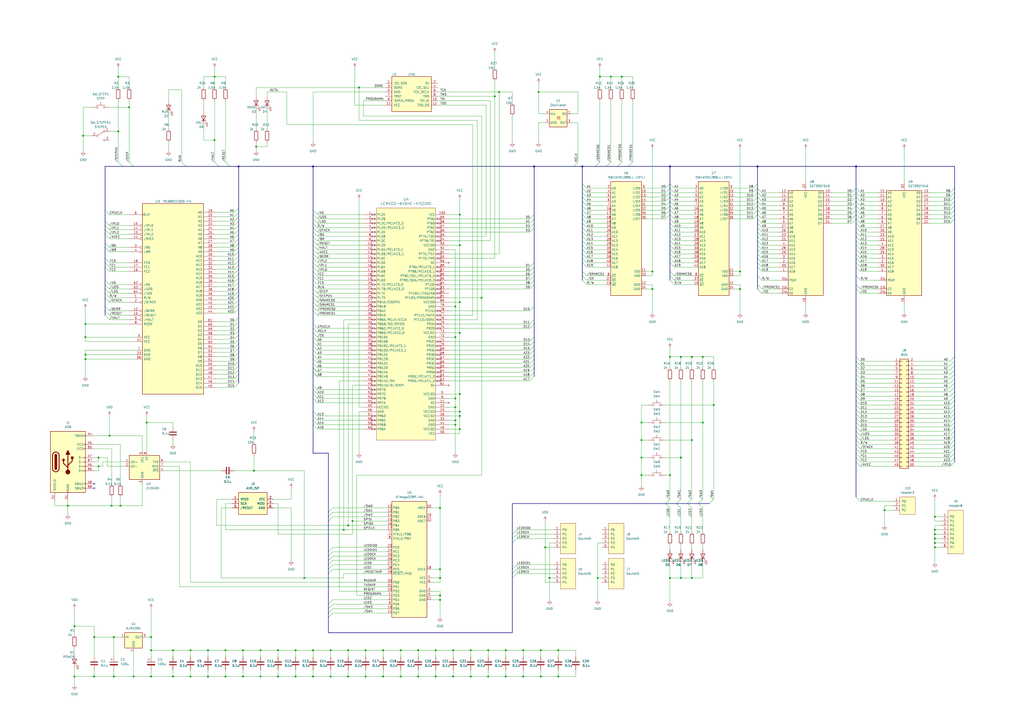
<source format=kicad_sch>
(kicad_sch (version 20230121) (generator eeschema)
  (paper "A2")
  (title_block (title "Pixy-68000-0") (date "2023-11-25") (rev "0") (company "(c) Kouji Matsui") (comment 1 "https://github.com/kekyo/Pixy"))
  (junction (at 388.62 96.52))
  (junction (at 63.5 252.73))
  (junction (at 401.32 207.01))
  (junction (at 273.05 392.43))
  (junction (at 262.89 392.43))
  (junction (at 148.59 85.09))
  (junction (at 266.7 228.6))
  (junction (at 318.77 335.28))
  (junction (at 68.58 44.45))
  (junction (at 372.11 265.43))
  (junction (at 110.49 377.19))
  (junction (at 273.05 377.19))
  (junction (at 264.16 195.58))
  (junction (at 542.29 307.34))
  (junction (at 232.41 392.43))
  (junction (at 264.16 177.8))
  (junction (at 360.68 44.45))
  (junction (at 77.47 392.43))
  (junction (at 171.45 377.19))
  (junction (at 43.18 363.22))
  (junction (at 120.65 392.43))
  (junction (at 323.85 377.19))
  (junction (at 208.28 50.8))
  (junction (at 87.63 392.43))
  (junction (at 222.25 377.19))
  (junction (at 266.7 193.04))
  (junction (at 316.23 317.5))
  (junction (at 378.46 167.64))
  (junction (at 87.63 369.57))
  (junction (at 252.73 377.19))
  (junction (at 181.61 96.52))
  (junction (at 255.27 335.28))
  (junction (at 283.21 392.43))
  (junction (at 264.16 236.22))
  (junction (at 151.13 392.43))
  (junction (at 171.45 392.43))
  (junction (at 49.53 205.74))
  (junction (at 255.27 294.64))
  (junction (at 176.53 335.28))
  (junction (at 323.85 392.43))
  (junction (at 87.63 377.19))
  (junction (at 346.71 335.28))
  (junction (at 191.77 377.19))
  (junction (at 372.11 255.27))
  (junction (at 378.46 157.48))
  (junction (at 49.53 187.96))
  (junction (at 347.98 44.45))
  (junction (at 57.15 265.43))
  (junction (at 68.58 76.2))
  (junction (at 513.08 295.91))
  (junction (at 201.93 377.19))
  (junction (at 124.46 44.45))
  (junction (at 212.09 377.19))
  (junction (at 64.77 293.37))
  (junction (at 303.53 392.43))
  (junction (at 429.26 167.64))
  (junction (at 49.53 195.58))
  (junction (at 394.97 265.43))
  (junction (at 372.11 245.11))
  (junction (at 372.11 275.59))
  (junction (at 309.88 96.52))
  (junction (at 161.29 377.19))
  (junction (at 289.56 53.34))
  (junction (at 69.85 293.37))
  (junction (at 439.42 96.52))
  (junction (at 313.69 377.19))
  (junction (at 262.89 377.19))
  (junction (at 407.67 245.11))
  (junction (at 100.33 392.43))
  (junction (at 303.53 377.19))
  (junction (at 542.29 312.42))
  (junction (at 39.37 293.37))
  (junction (at 57.15 270.51))
  (junction (at 100.33 377.19))
  (junction (at 74.93 62.23))
  (junction (at 287.02 55.88))
  (junction (at 204.47 302.26))
  (junction (at 407.67 207.01))
  (junction (at 542.29 299.72))
  (junction (at 266.7 248.92))
  (junction (at 414.02 234.95))
  (junction (at 293.37 377.19))
  (junction (at 120.65 377.19))
  (junction (at 388.62 275.59))
  (junction (at 140.97 392.43))
  (junction (at 266.7 142.24))
  (junction (at 242.57 377.19))
  (junction (at 542.29 314.96))
  (junction (at 138.43 96.52))
  (junction (at 283.21 377.19))
  (junction (at 130.81 392.43))
  (junction (at 130.81 377.19))
  (junction (at 401.32 255.27))
  (junction (at 542.29 317.5))
  (junction (at 255.27 347.98))
  (junction (at 49.53 208.28))
  (junction (at 401.32 335.28))
  (junction (at 496.57 96.52))
  (junction (at 394.97 335.28))
  (junction (at 110.49 392.43))
  (junction (at 388.62 335.28))
  (junction (at 48.26 78.74))
  (junction (at 140.97 377.19))
  (junction (at 394.97 207.01))
  (junction (at 264.16 243.84))
  (junction (at 66.04 369.57))
  (junction (at 201.93 304.8))
  (junction (at 232.41 377.19))
  (junction (at 124.46 81.28))
  (junction (at 266.7 238.76))
  (junction (at 54.61 392.43))
  (junction (at 66.04 392.43))
  (junction (at 313.69 392.43))
  (junction (at 43.18 392.43))
  (junction (at 255.27 345.44))
  (junction (at 147.32 273.05))
  (junction (at 354.33 44.45))
  (junction (at 388.62 207.01))
  (junction (at 151.13 377.19))
  (junction (at 199.39 307.34))
  (junction (at 264.16 246.38))
  (junction (at 181.61 377.19))
  (junction (at 279.4 172.72))
  (junction (at 266.7 124.46))
  (junction (at 312.42 53.34))
  (junction (at 255.27 330.2))
  (junction (at 266.7 241.3))
  (junction (at 181.61 392.43))
  (junction (at 161.29 392.43))
  (junction (at 242.57 392.43))
  (junction (at 212.09 392.43))
  (junction (at 337.82 96.52))
  (junction (at 201.93 392.43))
  (junction (at 266.7 175.26))
  (junction (at 293.37 392.43))
  (junction (at 54.61 369.57))
  (junction (at 85.09 245.11))
  (junction (at 252.73 392.43))
  (junction (at 429.26 157.48))
  (junction (at 542.29 309.88))
  (junction (at 222.25 392.43))
  (junction (at 264.16 231.14))
  (junction (at 191.77 392.43))
  (no_connect (at 54.61 283.21))
  (no_connect (at 54.61 280.67))
  (bus_entry (at 439.42 124.46) (size 2.54 2.54))
  (bus_entry (at 439.42 165.1) (size 2.54 2.54))
  (bus_entry (at 439.42 127) (size 2.54 2.54))
  (bus_entry (at 496.57 240.03) (size 2.54 2.54))
  (bus_entry (at 496.57 265.43) (size 2.54 2.54))
  (bus_entry (at 309.88 198.12) (size -2.54 2.54))
  (bus_entry (at 439.42 116.84) (size 2.54 2.54))
  (bus_entry (at 496.57 242.57) (size 2.54 2.54))
  (bus_entry (at 553.72 109.22) (size -2.54 2.54))
  (bus_entry (at 388.62 106.68) (size 2.54 2.54))
  (bus_entry (at 358.14 96.52) (size 2.54 -2.54))
  (bus_entry (at 553.72 245.11) (size -2.54 2.54))
  (bus_entry (at 181.61 187.96) (size 2.54 2.54))
  (bus_entry (at 496.57 247.65) (size 2.54 2.54))
  (bus_entry (at 439.42 119.38) (size -2.54 2.54))
  (bus_entry (at 553.72 250.19) (size -2.54 2.54))
  (bus_entry (at 299.72 312.42) (size -2.54 2.54))
  (bus_entry (at 68.58 93.98) (size 2.54 2.54))
  (bus_entry (at 496.57 267.97) (size 2.54 2.54))
  (bus_entry (at 388.62 111.76) (size 2.54 2.54))
  (bus_entry (at 337.82 149.86) (size 2.54 2.54))
  (bus_entry (at 496.57 212.09) (size 2.54 2.54))
  (bus_entry (at 496.57 121.92) (size -2.54 2.54))
  (bus_entry (at 193.04 353.06) (size -2.54 2.54))
  (bus_entry (at 553.72 232.41) (size -2.54 2.54))
  (bus_entry (at 60.96 180.34) (size 2.54 2.54))
  (bus_entry (at 337.82 127) (size 2.54 2.54))
  (bus_entry (at 135.89 212.09) (size 2.54 -2.54))
  (bus_entry (at 439.42 149.86) (size 2.54 2.54))
  (bus_entry (at 181.61 215.9) (size 2.54 2.54))
  (bus_entry (at 193.04 322.58) (size -2.54 2.54))
  (bus_entry (at 496.57 127) (size 2.54 2.54))
  (bus_entry (at 496.57 111.76) (size 2.54 2.54))
  (bus_entry (at 553.72 222.25) (size -2.54 2.54))
  (bus_entry (at 496.57 234.95) (size 2.54 2.54))
  (bus_entry (at 181.61 142.24) (size 2.54 2.54))
  (bus_entry (at 135.89 222.25) (size 2.54 -2.54))
  (bus_entry (at 181.61 213.36) (size 2.54 2.54))
  (bus_entry (at 496.57 222.25) (size 2.54 2.54))
  (bus_entry (at 181.61 246.38) (size 2.54 2.54))
  (bus_entry (at 135.89 128.27) (size 2.54 -2.54))
  (bus_entry (at 135.89 201.93) (size 2.54 -2.54))
  (bus_entry (at 496.57 165.1) (size 2.54 2.54))
  (bus_entry (at 135.89 148.59) (size 2.54 -2.54))
  (bus_entry (at 553.72 242.57) (size -2.54 2.54))
  (bus_entry (at 439.42 152.4) (size 2.54 2.54))
  (bus_entry (at 439.42 144.78) (size 2.54 2.54))
  (bus_entry (at 388.62 119.38) (size 2.54 2.54))
  (bus_entry (at 60.96 149.86) (size 2.54 2.54))
  (bus_entry (at 60.96 182.88) (size 2.54 2.54))
  (bus_entry (at 388.62 149.86) (size 2.54 2.54))
  (bus_entry (at 130.81 93.98) (size 2.54 2.54))
  (bus_entry (at 439.42 147.32) (size 2.54 2.54))
  (bus_entry (at 181.61 165.1) (size 2.54 2.54))
  (bus_entry (at 299.72 307.34) (size -2.54 2.54))
  (bus_entry (at 388.62 111.76) (size -2.54 2.54))
  (bus_entry (at 496.57 144.78) (size 2.54 2.54))
  (bus_entry (at 439.42 139.7) (size 2.54 2.54))
  (bus_entry (at 496.57 252.73) (size 2.54 2.54))
  (bus_entry (at 496.57 149.86) (size 2.54 2.54))
  (bus_entry (at 309.88 203.2) (size -2.54 2.54))
  (bus_entry (at 181.61 129.54) (size 2.54 2.54))
  (bus_entry (at 135.89 219.71) (size 2.54 -2.54))
  (bus_entry (at 496.57 288.29) (size 2.54 2.54))
  (bus_entry (at 439.42 109.22) (size 2.54 2.54))
  (bus_entry (at 135.89 140.97) (size 2.54 -2.54))
  (bus_entry (at 135.89 158.75) (size 2.54 -2.54))
  (bus_entry (at 309.88 165.1) (size -2.54 2.54))
  (bus_entry (at 181.61 210.82) (size 2.54 2.54))
  (bus_entry (at 386.08 292.1) (size 2.54 2.54))
  (bus_entry (at 496.57 219.71) (size 2.54 2.54))
  (bus_entry (at 388.62 289.56) (size -2.54 2.54))
  (bus_entry (at 309.88 129.54) (size -2.54 2.54))
  (bus_entry (at 496.57 142.24) (size 2.54 2.54))
  (bus_entry (at 553.72 255.27) (size -2.54 2.54))
  (bus_entry (at 439.42 134.62) (size 2.54 2.54))
  (bus_entry (at 337.82 119.38) (size 2.54 2.54))
  (bus_entry (at 439.42 132.08) (size 2.54 2.54))
  (bus_entry (at 364.49 96.52) (size 2.54 -2.54))
  (bus_entry (at 135.89 171.45) (size 2.54 -2.54))
  (bus_entry (at 299.72 327.66) (size -2.54 2.54))
  (bus_entry (at 181.61 167.64) (size 2.54 2.54))
  (bus_entry (at 181.61 154.94) (size 2.54 2.54))
  (bus_entry (at 181.61 149.86) (size 2.54 2.54))
  (bus_entry (at 388.62 144.78) (size 2.54 2.54))
  (bus_entry (at 193.04 294.64) (size -2.54 2.54))
  (bus_entry (at 60.96 154.94) (size 2.54 2.54))
  (bus_entry (at 439.42 114.3) (size -2.54 2.54))
  (bus_entry (at 553.72 207.01) (size -2.54 2.54))
  (bus_entry (at 135.89 168.91) (size 2.54 -2.54))
  (bus_entry (at 135.89 186.69) (size 2.54 -2.54))
  (bus_entry (at 553.72 262.89) (size -2.54 2.54))
  (bus_entry (at 309.88 213.36) (size -2.54 2.54))
  (bus_entry (at 181.61 205.74) (size 2.54 2.54))
  (bus_entry (at 309.88 185.42) (size -2.54 2.54))
  (bus_entry (at 337.82 116.84) (size 2.54 2.54))
  (bus_entry (at 388.62 152.4) (size 2.54 2.54))
  (bus_entry (at 193.04 317.5) (size -2.54 2.54))
  (bus_entry (at 299.72 330.2) (size -2.54 2.54))
  (bus_entry (at 388.62 124.46) (size 2.54 2.54))
  (bus_entry (at 60.96 177.8) (size 2.54 2.54))
  (bus_entry (at 496.57 237.49) (size 2.54 2.54))
  (bus_entry (at 496.57 114.3) (size 2.54 2.54))
  (bus_entry (at 496.57 127) (size -2.54 2.54))
  (bus_entry (at 414.02 289.56) (size -2.54 2.54))
  (bus_entry (at 496.57 109.22) (size -2.54 2.54))
  (bus_entry (at 135.89 224.79) (size 2.54 -2.54))
  (bus_entry (at 181.61 170.18) (size 2.54 2.54))
  (bus_entry (at 388.62 121.92) (size 2.54 2.54))
  (bus_entry (at 439.42 124.46) (size -2.54 2.54))
  (bus_entry (at 181.61 195.58) (size 2.54 2.54))
  (bus_entry (at 337.82 147.32) (size 2.54 2.54))
  (bus_entry (at 124.46 93.98) (size 2.54 2.54))
  (bus_entry (at 496.57 260.35) (size 2.54 2.54))
  (bus_entry (at 309.88 208.28) (size -2.54 2.54))
  (bus_entry (at 496.57 121.92) (size 2.54 2.54))
  (bus_entry (at 193.04 347.98) (size -2.54 2.54))
  (bus_entry (at 309.88 215.9) (size -2.54 2.54))
  (bus_entry (at 496.57 132.08) (size 2.54 2.54))
  (bus_entry (at 181.61 228.6) (size 2.54 2.54))
  (bus_entry (at 193.04 330.2) (size -2.54 2.54))
  (bus_entry (at 60.96 143.51) (size 2.54 2.54))
  (bus_entry (at 309.88 157.48) (size -2.54 2.54))
  (bus_entry (at 439.42 154.94) (size 2.54 2.54))
  (bus_entry (at 439.42 142.24) (size 2.54 2.54))
  (bus_entry (at 388.62 160.02) (size 2.54 2.54))
  (bus_entry (at 60.96 165.1) (size 2.54 2.54))
  (bus_entry (at 496.57 147.32) (size 2.54 2.54))
  (bus_entry (at 135.89 196.85) (size 2.54 -2.54))
  (bus_entry (at 181.61 180.34) (size 2.54 2.54))
  (bus_entry (at 553.72 209.55) (size -2.54 2.54))
  (bus_entry (at 388.62 114.3) (size -2.54 2.54))
  (bus_entry (at 337.82 142.24) (size 2.54 2.54))
  (bus_entry (at 309.88 132.08) (size -2.54 2.54))
  (bus_entry (at 135.89 163.83) (size 2.54 -2.54))
  (bus_entry (at 181.61 147.32) (size 2.54 2.54))
  (bus_entry (at 392.43 292.1) (size 2.54 2.54))
  (bus_entry (at 181.61 231.14) (size 2.54 2.54))
  (bus_entry (at 135.89 123.19) (size 2.54 -2.54))
  (bus_entry (at 181.61 139.7) (size 2.54 2.54))
  (bus_entry (at 181.61 137.16) (size 2.54 2.54))
  (bus_entry (at 439.42 167.64) (size 2.54 2.54))
  (bus_entry (at 388.62 116.84) (size -2.54 2.54))
  (bus_entry (at 496.57 154.94) (size 2.54 2.54))
  (bus_entry (at 388.62 142.24) (size 2.54 2.54))
  (bus_entry (at 496.57 116.84) (size 2.54 2.54))
  (bus_entry (at 60.96 152.4) (size 2.54 2.54))
  (bus_entry (at 337.82 152.4) (size 2.54 2.54))
  (bus_entry (at 496.57 152.4) (size 2.54 2.54))
  (bus_entry (at 135.89 217.17) (size 2.54 -2.54))
  (bus_entry (at 553.72 252.73) (size -2.54 2.54))
  (bus_entry (at 496.57 119.38) (size -2.54 2.54))
  (bus_entry (at 439.42 121.92) (size -2.54 2.54))
  (bus_entry (at 496.57 124.46) (size -2.54 2.54))
  (bus_entry (at 181.61 177.8) (size 2.54 2.54))
  (bus_entry (at 135.89 143.51) (size 2.54 -2.54))
  (bus_entry (at 309.88 154.94) (size -2.54 2.54))
  (bus_entry (at 337.82 157.48) (size 2.54 2.54))
  (bus_entry (at 439.42 111.76) (size -2.54 2.54))
  (bus_entry (at 388.62 132.08) (size 2.54 2.54))
  (bus_entry (at 309.88 218.44) (size -2.54 2.54))
  (bus_entry (at 337.82 129.54) (size 2.54 2.54))
  (bus_entry (at 553.72 247.65) (size -2.54 2.54))
  (bus_entry (at 309.88 200.66) (size -2.54 2.54))
  (bus_entry (at 181.61 203.2) (size 2.54 2.54))
  (bus_entry (at 181.61 152.4) (size 2.54 2.54))
  (bus_entry (at 181.61 190.5) (size 2.54 2.54))
  (bus_entry (at 405.13 292.1) (size 2.54 2.54))
  (bus_entry (at 496.57 124.46) (size 2.54 2.54))
  (bus_entry (at 496.57 232.41) (size 2.54 2.54))
  (bus_entry (at 181.61 198.12) (size 2.54 2.54))
  (bus_entry (at 135.89 189.23) (size 2.54 -2.54))
  (bus_entry (at 135.89 207.01) (size 2.54 -2.54))
  (bus_entry (at 388.62 109.22) (size 2.54 2.54))
  (bus_entry (at 337.82 114.3) (size 2.54 2.54))
  (bus_entry (at 496.57 217.17) (size 2.54 2.54))
  (bus_entry (at 553.72 111.76) (size -2.54 2.54))
  (bus_entry (at 105.41 93.98) (size 2.54 2.54))
  (bus_entry (at 181.61 200.66) (size 2.54 2.54))
  (bus_entry (at 181.61 241.3) (size 2.54 2.54))
  (bus_entry (at 337.82 139.7) (size 2.54 2.54))
  (bus_entry (at 135.89 199.39) (size 2.54 -2.54))
  (bus_entry (at 309.88 162.56) (size -2.54 2.54))
  (bus_entry (at 439.42 119.38) (size 2.54 2.54))
  (bus_entry (at 553.72 214.63) (size -2.54 2.54))
  (bus_entry (at 337.82 162.56) (size 2.54 2.54))
  (bus_entry (at 496.57 134.62) (size 2.54 2.54))
  (bus_entry (at 337.82 134.62) (size 2.54 2.54))
  (bus_entry (at 135.89 133.35) (size 2.54 -2.54))
  (bus_entry (at 496.57 160.02) (size 2.54 2.54))
  (bus_entry (at 496.57 116.84) (size -2.54 2.54))
  (bus_entry (at 337.82 121.92) (size 2.54 2.54))
  (bus_entry (at 388.62 129.54) (size 2.54 2.54))
  (bus_entry (at 60.96 130.81) (size 2.54 2.54))
  (bus_entry (at 193.04 350.52) (size -2.54 2.54))
  (bus_entry (at 309.88 127) (size -2.54 2.54))
  (bus_entry (at 135.89 138.43) (size 2.54 -2.54))
  (bus_entry (at 135.89 130.81) (size 2.54 -2.54))
  (bus_entry (at 299.72 309.88) (size -2.54 2.54))
  (bus_entry (at 181.61 124.46) (size 2.54 2.54))
  (bus_entry (at 337.82 111.76) (size 2.54 2.54))
  (bus_entry (at 193.04 320.04) (size -2.54 2.54))
  (bus_entry (at 439.42 137.16) (size 2.54 2.54))
  (bus_entry (at 351.79 96.52) (size 2.54 -2.54))
  (bus_entry (at 496.57 209.55) (size 2.54 2.54))
  (bus_entry (at 388.62 139.7) (size 2.54 2.54))
  (bus_entry (at 439.42 114.3) (size 2.54 2.54))
  (bus_entry (at 193.04 327.66) (size -2.54 2.54))
  (bus_entry (at 60.96 128.27) (size 2.54 2.54))
  (bus_entry (at 181.61 238.76) (size 2.54 2.54))
  (bus_entry (at 496.57 257.81) (size 2.54 2.54))
  (bus_entry (at 60.96 170.18) (size 2.54 2.54))
  (bus_entry (at 398.78 292.1) (size 2.54 2.54))
  (bus_entry (at 309.88 177.8) (size -2.54 2.54))
  (bus_entry (at 388.62 124.46) (size -2.54 2.54))
  (bus_entry (at 553.72 229.87) (size -2.54 2.54))
  (bus_entry (at 135.89 125.73) (size 2.54 -2.54))
  (bus_entry (at 388.62 137.16) (size 2.54 2.54))
  (bus_entry (at 181.61 208.28) (size 2.54 2.54))
  (bus_entry (at 439.42 121.92) (size 2.54 2.54))
  (bus_entry (at 388.62 119.38) (size -2.54 2.54))
  (bus_entry (at 553.72 121.92) (size -2.54 2.54))
  (bus_entry (at 193.04 297.18) (size -2.54 2.54))
  (bus_entry (at 337.82 106.68) (size 2.54 2.54))
  (bus_entry (at 553.72 127) (size -2.54 2.54))
  (bus_entry (at 135.89 176.53) (size 2.54 -2.54))
  (bus_entry (at 60.96 162.56) (size 2.54 2.54))
  (bus_entry (at 388.62 114.3) (size 2.54 2.54))
  (bus_entry (at 553.72 114.3) (size -2.54 2.54))
  (bus_entry (at 496.57 139.7) (size 2.54 2.54))
  (bus_entry (at 181.61 162.56) (size 2.54 2.54))
  (bus_entry (at 496.57 167.64) (size 2.54 2.54))
  (bus_entry (at 496.57 245.11) (size 2.54 2.54))
  (bus_entry (at 135.89 214.63) (size 2.54 -2.54))
  (bus_entry (at 496.57 119.38) (size 2.54 2.54))
  (bus_entry (at 496.57 207.01) (size 2.54 2.54))
  (bus_entry (at 181.61 223.52) (size 2.54 2.54))
  (bus_entry (at 60.96 135.89) (size 2.54 2.54))
  (bus_entry (at 309.88 195.58) (size -2.54 2.54))
  (bus_entry (at 309.88 124.46) (size -2.54 2.54))
  (bus_entry (at 309.88 187.96) (size -2.54 2.54))
  (bus_entry (at 135.89 204.47) (size 2.54 -2.54))
  (bus_entry (at 60.96 167.64) (size 2.54 2.54))
  (bus_entry (at 181.61 132.08) (size 2.54 2.54))
  (bus_entry (at 60.96 140.97) (size 2.54 2.54))
  (bus_entry (at 345.44 96.52) (size 2.54 -2.54))
  (bus_entry (at 496.57 214.63) (size 2.54 2.54))
  (bus_entry (at 337.82 124.46) (size 2.54 2.54))
  (bus_entry (at 496.57 111.76) (size -2.54 2.54))
  (bus_entry (at 388.62 157.48) (size 2.54 2.54))
  (bus_entry (at 181.61 193.04) (size 2.54 2.54))
  (bus_entry (at 388.62 127) (size 2.54 2.54))
  (bus_entry (at 553.72 227.33) (size -2.54 2.54))
  (bus_entry (at 496.57 250.19) (size 2.54 2.54))
  (bus_entry (at 193.04 355.6) (size -2.54 2.54))
  (bus_entry (at 496.57 137.16) (size 2.54 2.54))
  (bus_entry (at 553.72 267.97) (size -2.54 2.54))
  (bus_entry (at 337.82 160.02) (size 2.54 2.54))
  (bus_entry (at 181.61 213.36) (size 2.54 2.54))
  (bus_entry (at 553.72 219.71) (size -2.54 2.54))
  (bus_entry (at 439.42 111.76) (size 2.54 2.54))
  (bus_entry (at 181.61 144.78) (size 2.54 2.54))
  (bus_entry (at 388.62 109.22) (size -2.54 2.54))
  (bus_entry (at 299.72 332.74) (size -2.54 2.54))
  (bus_entry (at 309.88 210.82) (size -2.54 2.54))
  (bus_entry (at 388.62 106.68) (size -2.54 2.54))
  (bus_entry (at 496.57 129.54) (size 2.54 2.54))
  (bus_entry (at 553.72 260.35) (size -2.54 2.54))
  (bus_entry (at 181.61 175.26) (size 2.54 2.54))
  (bus_entry (at 496.57 109.22) (size 2.54 2.54))
  (bus_entry (at 553.72 224.79) (size -2.54 2.54))
  (bus_entry (at 60.96 133.35) (size 2.54 2.54))
  (bus_entry (at 135.89 191.77) (size 2.54 -2.54))
  (bus_entry (at 439.42 109.22) (size -2.54 2.54))
  (bus_entry (at 135.89 179.07) (size 2.54 -2.54))
  (bus_entry (at 60.96 121.92) (size 2.54 2.54))
  (bus_entry (at 496.57 224.79) (size 2.54 2.54))
  (bus_entry (at 135.89 153.67) (size 2.54 -2.54))
  (bus_entry (at 309.88 205.74) (size -2.54 2.54))
  (bus_entry (at 135.89 151.13) (size 2.54 -2.54))
  (bus_entry (at 181.61 226.06) (size 2.54 2.54))
  (bus_entry (at 439.42 160.02) (size 2.54 2.54))
  (bus_entry (at 496.57 229.87) (size 2.54 2.54))
  (bus_entry (at 337.82 109.22) (size 2.54 2.54))
  (bus_entry (at 181.61 127) (size 2.54 2.54))
  (bus_entry (at 553.72 116.84) (size -2.54 2.54))
  (bus_entry (at 181.61 172.72) (size 2.54 2.54))
  (bus_entry (at 553.72 257.81) (size -2.54 2.54))
  (bus_entry (at 388.62 121.92) (size -2.54 2.54))
  (bus_entry (at 193.04 325.12) (size -2.54 2.54))
  (bus_entry (at 439.42 116.84) (size -2.54 2.54))
  (bus_entry (at 135.89 181.61) (size 2.54 -2.54))
  (bus_entry (at 439.42 106.68) (size -2.54 2.54))
  (bus_entry (at 181.61 121.92) (size 2.54 2.54))
  (bus_entry (at 135.89 161.29) (size 2.54 -2.54))
  (bus_entry (at 135.89 194.31) (size 2.54 -2.54))
  (bus_entry (at 496.57 262.89) (size 2.54 2.54))
  (bus_entry (at 496.57 227.33) (size 2.54 2.54))
  (bus_entry (at 74.93 93.98) (size 2.54 2.54))
  (bus_entry (at 496.57 255.27) (size 2.54 2.54))
  (bus_entry (at 193.04 299.72) (size -2.54 2.54))
  (bus_entry (at 439.42 129.54) (size 2.54 2.54))
  (bus_entry (at 181.61 243.84) (size 2.54 2.54))
  (bus_entry (at 553.72 212.09) (size -2.54 2.54))
  (bus_entry (at 388.62 162.56) (size 2.54 2.54))
  (bus_entry (at 135.89 166.37) (size 2.54 -2.54))
  (bus_entry (at 135.89 156.21) (size 2.54 -2.54))
  (bus_entry (at 181.61 157.48) (size 2.54 2.54))
  (bus_entry (at 337.82 132.08) (size 2.54 2.54))
  (bus_entry (at 553.72 217.17) (size -2.54 2.54))
  (bus_entry (at 496.57 114.3) (size -2.54 2.54))
  (bus_entry (at 401.32 289.56) (size -2.54 2.54))
  (bus_entry (at 309.88 160.02) (size -2.54 2.54))
  (bus_entry (at 135.89 146.05) (size 2.54 -2.54))
  (bus_entry (at 60.96 172.72) (size 2.54 2.54))
  (bus_entry (at 553.72 240.03) (size -2.54 2.54))
  (bus_entry (at 553.72 119.38) (size -2.54 2.54))
  (bus_entry (at 407.67 289.56) (size -2.54 2.54))
  (bus_entry (at 332.74 96.52) (size 2.54 -2.54))
  (bus_entry (at 337.82 144.78) (size 2.54 2.54))
  (bus_entry (at 388.62 116.84) (size 2.54 2.54))
  (bus_entry (at 181.61 134.62) (size 2.54 2.54))
  (bus_entry (at 553.72 265.43) (size -2.54 2.54))
  (bus_entry (at 553.72 237.49) (size -2.54 2.54))
  (bus_entry (at 388.62 134.62) (size 2.54 2.54))
  (bus_entry (at 181.61 215.9) (size 2.54 2.54))
  (bus_entry (at 553.72 124.46) (size -2.54 2.54))
  (bus_entry (at 394.97 289.56) (size -2.54 2.54))
  (bus_entry (at 135.89 135.89) (size 2.54 -2.54))
  (bus_entry (at 337.82 137.16) (size 2.54 2.54))
  (bus_entry (at 309.88 152.4) (size -2.54 2.54))
  (bus_entry (at 553.72 234.95) (size -2.54 2.54))
  (bus_entry (at 181.61 160.02) (size 2.54 2.54))
  (bus_entry (at 135.89 209.55) (size 2.54 -2.54))
  (bus_entry (at 388.62 147.32) (size 2.54 2.54))
  (bus_entry (at 135.89 173.99) (size 2.54 -2.54))
  (wire (pts (xy 125.73 130.81) (xy 135.89 130.81)))
  (bus (pts (xy 181.61 157.48) (xy 181.61 160.02)))
  (wire (pts (xy 193.04 320.04) (xy 224.79 320.04)))
  (bus (pts (xy 337.82 109.22) (xy 337.82 111.76)))
  (bus (pts (xy 337.82 149.86) (xy 337.82 152.4)))
  (wire (pts (xy 391.16 165.1) (xy 402.59 165.1)))
  (bus (pts (xy 553.72 124.46) (xy 553.72 127)))
  (bus (pts (xy 337.82 152.4) (xy 337.82 157.48)))
  (bus (pts (xy 181.61 203.2) (xy 181.61 205.74)))
  (wire (pts (xy 212.09 377.19) (xy 212.09 381)))
  (bus (pts (xy 77.47 96.52) (xy 107.95 96.52)))
  (wire (pts (xy 154.94 55.88) (xy 154.94 53.34)))
  (wire (pts (xy 151.13 388.62) (xy 151.13 392.43)))
  (wire (pts (xy 95.25 267.97) (xy 110.49 267.97)))
  (wire (pts (xy 347.98 44.45) (xy 354.33 44.45)))
  (bus (pts (xy 309.88 129.54) (xy 309.88 132.08)))
  (wire (pts (xy 68.58 44.45) (xy 74.93 44.45)))
  (bus (pts (xy 496.57 255.27) (xy 496.57 257.81)))
  (bus (pts (xy 553.72 127) (xy 553.72 207.01)))
  (bus (pts (xy 388.62 127) (xy 388.62 124.46)))
  (wire (pts (xy 97.79 82.55) (xy 97.79 87.63)))
  (wire (pts (xy 148.59 85.09) (xy 154.94 85.09)))
  (wire (pts (xy 499.11 170.18) (xy 509.27 170.18)))
  (wire (pts (xy 125.73 179.07) (xy 135.89 179.07)))
  (wire (pts (xy 232.41 377.19) (xy 242.57 377.19)))
  (wire (pts (xy 125.73 212.09) (xy 135.89 212.09)))
  (wire (pts (xy 260.35 195.58) (xy 264.16 195.58)))
  (wire (pts (xy 499.11 247.65) (xy 518.16 247.65)))
  (wire (pts (xy 125.73 196.85) (xy 135.89 196.85)))
  (bus (pts (xy 190.5 297.18) (xy 190.5 299.72)))
  (wire (pts (xy 542.29 307.34) (xy 542.29 309.88)))
  (bus (pts (xy 60.96 130.81) (xy 60.96 128.27)))
  (wire (pts (xy 323.85 388.62) (xy 323.85 392.43)))
  (wire (pts (xy 39.37 293.37) (xy 39.37 298.45)))
  (wire (pts (xy 85.09 245.11) (xy 85.09 261.62)))
  (wire (pts (xy 201.93 304.8) (xy 201.93 187.96)))
  (wire (pts (xy 391.16 119.38) (xy 402.59 119.38)))
  (wire (pts (xy 63.5 146.05) (xy 74.93 146.05)))
  (wire (pts (xy 318.77 314.96) (xy 318.77 335.28)))
  (wire (pts (xy 63.5 172.72) (xy 74.93 172.72)))
  (wire (pts (xy 334.01 377.19) (xy 334.01 381)))
  (bus (pts (xy 190.5 350.52) (xy 190.5 353.06)))
  (bus (pts (xy 309.88 210.82) (xy 309.88 213.36)))
  (bus (pts (xy 388.62 149.86) (xy 388.62 147.32)))
  (bus (pts (xy 138.43 125.73) (xy 138.43 128.27)))
  (wire (pts (xy 242.57 377.19) (xy 252.73 377.19)))
  (wire (pts (xy 391.16 137.16) (xy 402.59 137.16)))
  (wire (pts (xy 279.4 275.59) (xy 207.01 275.59)))
  (wire (pts (xy 266.7 175.26) (xy 266.7 193.04)))
  (bus (pts (xy 138.43 96.52) (xy 181.61 96.52)))
  (wire (pts (xy 54.61 270.51) (xy 57.15 270.51)))
  (bus (pts (xy 181.61 190.5) (xy 181.61 193.04)))
  (bus (pts (xy 181.61 200.66) (xy 181.61 203.2)))
  (wire (pts (xy 316.23 317.5) (xy 316.23 337.82)))
  (wire (pts (xy 176.53 335.28) (xy 199.39 335.28)))
  (bus (pts (xy 388.62 162.56) (xy 388.62 160.02)))
  (wire (pts (xy 184.15 215.9) (xy 210.82 215.9)))
  (bus (pts (xy 309.88 127) (xy 309.88 129.54)))
  (wire (pts (xy 429.26 165.1) (xy 429.26 167.64)))
  (wire (pts (xy 414.02 234.95) (xy 414.02 289.56)))
  (wire (pts (xy 386.08 245.11) (xy 407.67 245.11)))
  (bus (pts (xy 553.72 111.76) (xy 553.72 114.3)))
  (wire (pts (xy 530.86 240.03) (xy 551.18 240.03)))
  (wire (pts (xy 69.85 288.29) (xy 69.85 293.37)))
  (wire (pts (xy 260.35 157.48) (xy 307.34 157.48)))
  (wire (pts (xy 184.15 142.24) (xy 210.82 142.24)))
  (bus (pts (xy 496.57 154.94) (xy 496.57 160.02)))
  (bus (pts (xy 309.88 215.9) (xy 309.88 218.44)))
  (wire (pts (xy 482.6 119.38) (xy 494.03 119.38)))
  (wire (pts (xy 125.73 189.23) (xy 135.89 189.23)))
  (wire (pts (xy 85.09 369.57) (xy 87.63 369.57)))
  (wire (pts (xy 340.36 121.92) (xy 351.79 121.92)))
  (bus (pts (xy 190.5 367.03) (xy 190.5 358.14)))
  (wire (pts (xy 441.96 124.46) (xy 452.12 124.46)))
  (wire (pts (xy 513.08 293.37) (xy 518.16 293.37)))
  (wire (pts (xy 260.35 160.02) (xy 307.34 160.02)))
  (wire (pts (xy 407.67 207.01) (xy 401.32 207.01)))
  (bus (pts (xy 133.35 96.52) (xy 138.43 96.52)))
  (bus (pts (xy 138.43 133.35) (xy 138.43 135.89)))
  (wire (pts (xy 154.94 53.34) (xy 166.37 53.34)))
  (wire (pts (xy 524.51 176.53) (xy 524.51 181.61)))
  (wire (pts (xy 441.96 149.86) (xy 452.12 149.86)))
  (wire (pts (xy 287.02 55.88) (xy 287.02 149.86)))
  (wire (pts (xy 394.97 265.43) (xy 394.97 289.56)))
  (wire (pts (xy 63.5 157.48) (xy 74.93 157.48)))
  (wire (pts (xy 542.29 314.96) (xy 542.29 317.5)))
  (bus (pts (xy 181.61 152.4) (xy 181.61 154.94)))
  (bus (pts (xy 181.61 208.28) (xy 181.61 210.82)))
  (wire (pts (xy 260.35 177.8) (xy 264.16 177.8)))
  (wire (pts (xy 125.73 186.69) (xy 135.89 186.69)))
  (bus (pts (xy 138.43 209.55) (xy 138.43 212.09)))
  (wire (pts (xy 530.86 270.51) (xy 551.18 270.51)))
  (wire (pts (xy 193.04 330.2) (xy 224.79 330.2)))
  (bus (pts (xy 439.42 144.78) (xy 439.42 147.32)))
  (bus (pts (xy 138.43 199.39) (xy 138.43 201.93)))
  (wire (pts (xy 499.11 127) (xy 509.27 127)))
  (wire (pts (xy 388.62 318.77) (xy 388.62 316.23)))
  (wire (pts (xy 513.08 295.91) (xy 513.08 293.37)))
  (bus (pts (xy 60.96 167.64) (xy 60.96 165.1)))
  (wire (pts (xy 273.05 377.19) (xy 273.05 381)))
  (wire (pts (xy 303.53 392.43) (xy 313.69 392.43)))
  (wire (pts (xy 176.53 273.05) (xy 176.53 335.28)))
  (bus (pts (xy 439.42 160.02) (xy 439.42 165.1)))
  (bus (pts (xy 309.88 132.08) (xy 309.88 152.4)))
  (wire (pts (xy 201.93 304.8) (xy 224.79 304.8)))
  (wire (pts (xy 222.25 377.19) (xy 222.25 381)))
  (wire (pts (xy 125.73 125.73) (xy 135.89 125.73)))
  (wire (pts (xy 499.11 116.84) (xy 509.27 116.84)))
  (wire (pts (xy 499.11 227.33) (xy 518.16 227.33)))
  (wire (pts (xy 68.58 44.45) (xy 68.58 50.8)))
  (wire (pts (xy 374.65 165.1) (xy 378.46 165.1)))
  (wire (pts (xy 184.15 213.36) (xy 210.82 213.36)))
  (wire (pts (xy 208.28 50.8) (xy 208.28 69.85)))
  (wire (pts (xy 313.69 392.43) (xy 323.85 392.43)))
  (wire (pts (xy 184.15 195.58) (xy 210.82 195.58)))
  (bus (pts (xy 181.61 231.14) (xy 181.61 238.76)))
  (wire (pts (xy 184.15 180.34) (xy 210.82 180.34)))
  (bus (pts (xy 138.43 171.45) (xy 138.43 173.99)))
  (wire (pts (xy 110.49 392.43) (xy 120.65 392.43)))
  (wire (pts (xy 340.36 137.16) (xy 351.79 137.16)))
  (wire (pts (xy 252.73 388.62) (xy 252.73 392.43)))
  (wire (pts (xy 184.15 152.4) (xy 210.82 152.4)))
  (wire (pts (xy 425.45 114.3) (xy 436.88 114.3)))
  (wire (pts (xy 335.28 71.12) (xy 335.28 93.98)))
  (wire (pts (xy 125.73 204.47) (xy 135.89 204.47)))
  (wire (pts (xy 199.39 332.74) (xy 224.79 332.74)))
  (wire (pts (xy 299.72 327.66) (xy 321.31 327.66)))
  (bus (pts (xy 138.43 191.77) (xy 138.43 194.31)))
  (bus (pts (xy 388.62 160.02) (xy 388.62 157.48)))
  (wire (pts (xy 68.58 76.2) (xy 63.5 76.2)))
  (wire (pts (xy 499.11 209.55) (xy 518.16 209.55)))
  (wire (pts (xy 293.37 392.43) (xy 303.53 392.43)))
  (wire (pts (xy 191.77 388.62) (xy 191.77 392.43)))
  (bus (pts (xy 71.12 96.52) (xy 77.47 96.52)))
  (bus (pts (xy 309.88 200.66) (xy 309.88 203.2)))
  (bus (pts (xy 60.96 135.89) (xy 60.96 133.35)))
  (wire (pts (xy 184.15 127) (xy 210.82 127)))
  (wire (pts (xy 388.62 294.64) (xy 388.62 308.61)))
  (bus (pts (xy 181.61 121.92) (xy 181.61 124.46)))
  (wire (pts (xy 394.97 318.77) (xy 394.97 316.23)))
  (wire (pts (xy 283.21 377.19) (xy 293.37 377.19)))
  (bus (pts (xy 553.72 214.63) (xy 553.72 217.17)))
  (wire (pts (xy 331.47 66.04) (xy 335.28 66.04)))
  (bus (pts (xy 190.5 322.58) (xy 190.5 325.12)))
  (wire (pts (xy 69.85 293.37) (xy 82.55 293.37)))
  (wire (pts (xy 289.56 53.34) (xy 289.56 147.32)))
  (wire (pts (xy 184.15 170.18) (xy 210.82 170.18)))
  (wire (pts (xy 340.36 165.1) (xy 351.79 165.1)))
  (wire (pts (xy 87.63 377.19) (xy 100.33 377.19)))
  (wire (pts (xy 124.46 44.45) (xy 130.81 44.45)))
  (wire (pts (xy 429.26 157.48) (xy 429.26 160.02)))
  (wire (pts (xy 499.11 167.64) (xy 509.27 167.64)))
  (bus (pts (xy 138.43 212.09) (xy 138.43 214.63)))
  (wire (pts (xy 260.35 167.64) (xy 307.34 167.64)))
  (wire (pts (xy 85.09 245.11) (xy 100.33 245.11)))
  (bus (pts (xy 388.62 152.4) (xy 388.62 149.86)))
  (wire (pts (xy 441.96 129.54) (xy 452.12 129.54)))
  (wire (pts (xy 354.33 44.45) (xy 354.33 50.8)))
  (wire (pts (xy 391.16 160.02) (xy 402.59 160.02)))
  (wire (pts (xy 281.94 137.16) (xy 260.35 137.16)))
  (bus (pts (xy 297.18 330.2) (xy 297.18 332.74)))
  (bus (pts (xy 138.43 179.07) (xy 138.43 184.15)))
  (wire (pts (xy 303.53 377.19) (xy 303.53 381)))
  (bus (pts (xy 496.57 165.1) (xy 496.57 167.64)))
  (wire (pts (xy 193.04 317.5) (xy 224.79 317.5)))
  (wire (pts (xy 441.96 114.3) (xy 452.12 114.3)))
  (wire (pts (xy 299.72 309.88) (xy 321.31 309.88)))
  (wire (pts (xy 374.65 124.46) (xy 386.08 124.46)))
  (wire (pts (xy 184.15 129.54) (xy 210.82 129.54)))
  (wire (pts (xy 181.61 377.19) (xy 181.61 381)))
  (wire (pts (xy 499.11 111.76) (xy 509.27 111.76)))
  (wire (pts (xy 49.53 179.07) (xy 49.53 187.96)))
  (wire (pts (xy 208.28 50.8) (xy 223.52 50.8)))
  (bus (pts (xy 138.43 123.19) (xy 138.43 125.73)))
  (bus (pts (xy 181.61 160.02) (xy 181.61 162.56)))
  (wire (pts (xy 87.63 388.62) (xy 87.63 392.43)))
  (bus (pts (xy 337.82 129.54) (xy 337.82 132.08)))
  (wire (pts (xy 303.53 377.19) (xy 313.69 377.19)))
  (wire (pts (xy 539.75 121.92) (xy 551.18 121.92)))
  (wire (pts (xy 87.63 392.43) (xy 100.33 392.43)))
  (wire (pts (xy 340.36 124.46) (xy 351.79 124.46)))
  (bus (pts (xy 337.82 147.32) (xy 337.82 149.86)))
  (bus (pts (xy 553.72 116.84) (xy 553.72 119.38)))
  (bus (pts (xy 181.61 96.52) (xy 181.61 121.92)))
  (wire (pts (xy 391.16 139.7) (xy 402.59 139.7)))
  (wire (pts (xy 374.65 121.92) (xy 386.08 121.92)))
  (wire (pts (xy 63.5 165.1) (xy 74.93 165.1)))
  (wire (pts (xy 274.32 182.88) (xy 260.35 182.88)))
  (wire (pts (xy 124.46 44.45) (xy 124.46 50.8)))
  (wire (pts (xy 375.92 245.11) (xy 372.11 245.11)))
  (wire (pts (xy 72.39 267.97) (xy 59.69 267.97)))
  (bus (pts (xy 496.57 116.84) (xy 496.57 119.38)))
  (wire (pts (xy 293.37 377.19) (xy 303.53 377.19)))
  (bus (pts (xy 553.72 245.11) (xy 553.72 247.65)))
  (wire (pts (xy 266.7 115.57) (xy 266.7 124.46)))
  (wire (pts (xy 441.96 147.32) (xy 452.12 147.32)))
  (bus (pts (xy 496.57 242.57) (xy 496.57 245.11)))
  (bus (pts (xy 388.62 116.84) (xy 388.62 114.3)))
  (wire (pts (xy 210.82 238.76) (xy 208.28 238.76)))
  (bus (pts (xy 337.82 160.02) (xy 337.82 162.56)))
  (wire (pts (xy 260.35 198.12) (xy 307.34 198.12)))
  (bus (pts (xy 127 96.52) (xy 133.35 96.52)))
  (wire (pts (xy 31.75 293.37) (xy 39.37 293.37)))
  (wire (pts (xy 77.47 378.46) (xy 77.47 392.43)))
  (wire (pts (xy 260.35 248.92) (xy 266.7 248.92)))
  (wire (pts (xy 391.16 111.76) (xy 402.59 111.76)))
  (wire (pts (xy 539.75 129.54) (xy 551.18 129.54)))
  (wire (pts (xy 147.32 273.05) (xy 176.53 273.05)))
  (bus (pts (xy 337.82 127) (xy 337.82 129.54)))
  (wire (pts (xy 168.91 294.64) (xy 168.91 325.12)))
  (wire (pts (xy 39.37 293.37) (xy 39.37 290.83)))
  (wire (pts (xy 441.96 119.38) (xy 452.12 119.38)))
  (wire (pts (xy 394.97 326.39) (xy 394.97 335.28)))
  (wire (pts (xy 43.18 379.73) (xy 43.18 375.92)))
  (wire (pts (xy 283.21 377.19) (xy 283.21 381)))
  (bus (pts (xy 496.57 167.64) (xy 496.57 207.01)))
  (bus (pts (xy 553.72 212.09) (xy 553.72 214.63)))
  (bus (pts (xy 496.57 217.17) (xy 496.57 219.71)))
  (bus (pts (xy 439.42 127) (xy 439.42 129.54)))
  (wire (pts (xy 49.53 208.28) (xy 49.53 218.44)))
  (wire (pts (xy 260.35 238.76) (xy 266.7 238.76)))
  (bus (pts (xy 553.72 229.87) (xy 553.72 232.41)))
  (wire (pts (xy 97.79 52.07) (xy 97.79 58.42)))
  (wire (pts (xy 68.58 39.37) (xy 68.58 44.45)))
  (bus (pts (xy 138.43 189.23) (xy 138.43 191.77)))
  (wire (pts (xy 429.26 157.48) (xy 429.26 86.36)))
  (wire (pts (xy 407.67 318.77) (xy 407.67 316.23)))
  (wire (pts (xy 266.7 228.6) (xy 266.7 238.76)))
  (wire (pts (xy 340.36 129.54) (xy 351.79 129.54)))
  (wire (pts (xy 171.45 377.19) (xy 181.61 377.19)))
  (bus (pts (xy 496.57 222.25) (xy 496.57 224.79)))
  (wire (pts (xy 260.35 149.86) (xy 287.02 149.86)))
  (wire (pts (xy 63.5 133.35) (xy 74.93 133.35)))
  (wire (pts (xy 125.73 151.13) (xy 135.89 151.13)))
  (wire (pts (xy 184.15 231.14) (xy 210.82 231.14)))
  (wire (pts (xy 499.11 114.3) (xy 509.27 114.3)))
  (wire (pts (xy 546.1 309.88) (xy 542.29 309.88)))
  (wire (pts (xy 260.35 208.28) (xy 307.34 208.28)))
  (bus (pts (xy 181.61 124.46) (xy 181.61 127)))
  (bus (pts (xy 181.61 149.86) (xy 181.61 152.4)))
  (bus (pts (xy 496.57 114.3) (xy 496.57 116.84)))
  (bus (pts (xy 439.42 114.3) (xy 439.42 116.84)))
  (wire (pts (xy 340.36 139.7) (xy 351.79 139.7)))
  (wire (pts (xy 57.15 265.43) (xy 62.23 265.43)))
  (wire (pts (xy 264.16 144.78) (xy 264.16 177.8)))
  (wire (pts (xy 264.16 243.84) (xy 264.16 246.38)))
  (wire (pts (xy 252.73 377.19) (xy 252.73 381)))
  (bus (pts (xy 553.72 252.73) (xy 553.72 255.27)))
  (bus (pts (xy 439.42 111.76) (xy 439.42 114.3)))
  (wire (pts (xy 334.01 388.62) (xy 334.01 392.43)))
  (wire (pts (xy 125.73 123.19) (xy 135.89 123.19)))
  (bus (pts (xy 190.5 302.26) (xy 190.5 320.04)))
  (bus (pts (xy 297.18 309.88) (xy 297.18 312.42)))
  (wire (pts (xy 181.61 388.62) (xy 181.61 392.43)))
  (wire (pts (xy 441.96 152.4) (xy 452.12 152.4)))
  (bus (pts (xy 388.62 132.08) (xy 388.62 129.54)))
  (wire (pts (xy 499.11 250.19) (xy 518.16 250.19)))
  (wire (pts (xy 125.73 168.91) (xy 135.89 168.91)))
  (wire (pts (xy 222.25 388.62) (xy 222.25 392.43)))
  (wire (pts (xy 184.15 172.72) (xy 210.82 172.72)))
  (wire (pts (xy 375.92 265.43) (xy 372.11 265.43)))
  (wire (pts (xy 312.42 71.12) (xy 312.42 82.55)))
  (wire (pts (xy 148.59 63.5) (xy 148.59 74.93)))
  (bus (pts (xy 138.43 143.51) (xy 138.43 146.05)))
  (wire (pts (xy 49.53 195.58) (xy 49.53 198.12)))
  (bus (pts (xy 60.96 140.97) (xy 60.96 135.89)))
  (wire (pts (xy 414.02 207.01) (xy 407.67 207.01)))
  (wire (pts (xy 260.35 210.82) (xy 307.34 210.82)))
  (bus (pts (xy 181.61 238.76) (xy 181.61 241.3)))
  (wire (pts (xy 530.86 229.87) (xy 551.18 229.87)))
  (bus (pts (xy 496.57 247.65) (xy 496.57 250.19)))
  (wire (pts (xy 199.39 307.34) (xy 199.39 185.42)))
  (wire (pts (xy 208.28 115.57) (xy 208.28 236.22)))
  (wire (pts (xy 260.35 231.14) (xy 264.16 231.14)))
  (wire (pts (xy 125.73 171.45) (xy 135.89 171.45)))
  (wire (pts (xy 321.31 337.82) (xy 316.23 337.82)))
  (bus (pts (xy 496.57 240.03) (xy 496.57 242.57)))
  (wire (pts (xy 260.35 218.44) (xy 307.34 218.44)))
  (bus (pts (xy 496.57 209.55) (xy 496.57 212.09)))
  (wire (pts (xy 391.16 134.62) (xy 402.59 134.62)))
  (wire (pts (xy 184.15 203.2) (xy 210.82 203.2)))
  (wire (pts (xy 242.57 377.19) (xy 242.57 381)))
  (wire (pts (xy 482.6 129.54) (xy 494.03 129.54)))
  (bus (pts (xy 190.5 325.12) (xy 190.5 327.66)))
  (bus (pts (xy 138.43 219.71) (xy 138.43 222.25)))
  (wire (pts (xy 184.15 182.88) (xy 210.82 182.88)))
  (bus (pts (xy 337.82 157.48) (xy 337.82 160.02)))
  (wire (pts (xy 401.32 220.98) (xy 401.32 255.27)))
  (wire (pts (xy 120.65 377.19) (xy 130.81 377.19)))
  (wire (pts (xy 499.11 149.86) (xy 509.27 149.86)))
  (bus (pts (xy 138.43 151.13) (xy 138.43 153.67)))
  (wire (pts (xy 212.09 388.62) (xy 212.09 392.43)))
  (wire (pts (xy 530.86 214.63) (xy 551.18 214.63)))
  (wire (pts (xy 273.05 392.43) (xy 283.21 392.43)))
  (wire (pts (xy 378.46 167.64) (xy 378.46 181.61)))
  (wire (pts (xy 260.35 142.24) (xy 266.7 142.24)))
  (wire (pts (xy 388.62 220.98) (xy 388.62 275.59)))
  (wire (pts (xy 499.11 229.87) (xy 518.16 229.87)))
  (wire (pts (xy 43.18 392.43) (xy 43.18 397.51)))
  (bus (pts (xy 337.82 139.7) (xy 337.82 142.24)))
  (bus (pts (xy 138.43 201.93) (xy 138.43 204.47)))
  (wire (pts (xy 110.49 377.19) (xy 110.49 381)))
  (wire (pts (xy 140.97 388.62) (xy 140.97 392.43)))
  (wire (pts (xy 201.93 187.96) (xy 210.82 187.96)))
  (wire (pts (xy 499.11 147.32) (xy 509.27 147.32)))
  (wire (pts (xy 87.63 353.06) (xy 87.63 369.57)))
  (bus (pts (xy 309.88 198.12) (xy 309.88 200.66)))
  (bus (pts (xy 181.61 167.64) (xy 181.61 170.18)))
  (wire (pts (xy 441.96 116.84) (xy 452.12 116.84)))
  (bus (pts (xy 60.96 177.8) (xy 60.96 172.72)))
  (wire (pts (xy 130.81 292.1) (xy 130.81 307.34)))
  (wire (pts (xy 54.61 265.43) (xy 57.15 265.43)))
  (wire (pts (xy 166.37 53.34) (xy 166.37 72.39)))
  (wire (pts (xy 372.11 234.95) (xy 375.92 234.95)))
  (wire (pts (xy 110.49 377.19) (xy 120.65 377.19)))
  (wire (pts (xy 196.85 342.9) (xy 224.79 342.9)))
  (wire (pts (xy 542.29 304.8) (xy 546.1 304.8)))
  (wire (pts (xy 205.74 39.37) (xy 205.74 60.96)))
  (wire (pts (xy 148.59 82.55) (xy 148.59 85.09)))
  (bus (pts (xy 181.61 137.16) (xy 181.61 139.7)))
  (bus (pts (xy 190.5 327.66) (xy 190.5 330.2)))
  (wire (pts (xy 193.04 350.52) (xy 224.79 350.52)))
  (wire (pts (xy 374.65 116.84) (xy 386.08 116.84)))
  (wire (pts (xy 171.45 388.62) (xy 171.45 392.43)))
  (wire (pts (xy 287.02 30.48) (xy 287.02 39.37)))
  (wire (pts (xy 212.09 392.43) (xy 222.25 392.43)))
  (wire (pts (xy 266.7 248.92) (xy 266.7 251.46)))
  (wire (pts (xy 74.93 58.42) (xy 74.93 62.23)))
  (wire (pts (xy 87.63 369.57) (xy 87.63 377.19)))
  (wire (pts (xy 386.08 275.59) (xy 388.62 275.59)))
  (wire (pts (xy 312.42 48.26) (xy 312.42 53.34)))
  (bus (pts (xy 553.72 209.55) (xy 553.72 212.09)))
  (wire (pts (xy 59.69 267.97) (xy 59.69 270.51)))
  (wire (pts (xy 62.23 265.43) (xy 62.23 270.51)))
  (bus (pts (xy 553.72 217.17) (xy 553.72 219.71)))
  (wire (pts (xy 125.73 201.93) (xy 135.89 201.93)))
  (wire (pts (xy 254 53.34) (xy 289.56 53.34)))
  (wire (pts (xy 130.81 377.19) (xy 140.97 377.19)))
  (wire (pts (xy 391.16 116.84) (xy 402.59 116.84)))
  (wire (pts (xy 125.73 217.17) (xy 135.89 217.17)))
  (wire (pts (xy 124.46 58.42) (xy 124.46 81.28)))
  (bus (pts (xy 181.61 262.89) (xy 190.5 262.89)))
  (wire (pts (xy 374.65 157.48) (xy 378.46 157.48)))
  (wire (pts (xy 499.11 257.81) (xy 518.16 257.81)))
  (wire (pts (xy 199.39 185.42) (xy 210.82 185.42)))
  (wire (pts (xy 530.86 245.11) (xy 551.18 245.11)))
  (wire (pts (xy 181.61 53.34) (xy 223.52 53.34)))
  (wire (pts (xy 340.36 152.4) (xy 351.79 152.4)))
  (bus (pts (xy 181.61 193.04) (xy 181.61 195.58)))
  (wire (pts (xy 193.04 299.72) (xy 224.79 299.72)))
  (bus (pts (xy 309.88 205.74) (xy 309.88 208.28)))
  (bus (pts (xy 388.62 147.32) (xy 388.62 144.78)))
  (bus (pts (xy 553.72 232.41) (xy 553.72 234.95)))
  (wire (pts (xy 283.21 392.43) (xy 293.37 392.43)))
  (wire (pts (xy 255.27 337.82) (xy 250.19 337.82)))
  (bus (pts (xy 138.43 207.01) (xy 138.43 209.55)))
  (wire (pts (xy 161.29 309.88) (xy 204.47 309.88)))
  (wire (pts (xy 293.37 388.62) (xy 293.37 392.43)))
  (wire (pts (xy 63.5 124.46) (xy 74.93 124.46)))
  (wire (pts (xy 134.62 294.64) (xy 128.27 294.64)))
  (bus (pts (xy 309.88 185.42) (xy 309.88 187.96)))
  (wire (pts (xy 125.73 209.55) (xy 135.89 209.55)))
  (bus (pts (xy 337.82 124.46) (xy 337.82 127)))
  (bus (pts (xy 181.61 223.52) (xy 181.61 226.06)))
  (wire (pts (xy 210.82 236.22) (xy 208.28 236.22)))
  (bus (pts (xy 496.57 257.81) (xy 496.57 260.35)))
  (wire (pts (xy 499.11 252.73) (xy 518.16 252.73)))
  (wire (pts (xy 499.11 255.27) (xy 518.16 255.27)))
  (wire (pts (xy 499.11 119.38) (xy 509.27 119.38)))
  (wire (pts (xy 184.15 208.28) (xy 210.82 208.28)))
  (wire (pts (xy 318.77 335.28) (xy 321.31 335.28)))
  (bus (pts (xy 309.88 187.96) (xy 309.88 195.58)))
  (wire (pts (xy 260.35 205.74) (xy 307.34 205.74)))
  (wire (pts (xy 63.5 138.43) (xy 74.93 138.43)))
  (wire (pts (xy 184.15 137.16) (xy 210.82 137.16)))
  (bus (pts (xy 553.72 109.22) (xy 553.72 111.76)))
  (bus (pts (xy 496.57 227.33) (xy 496.57 229.87)))
  (wire (pts (xy 63.5 180.34) (xy 74.93 180.34)))
  (bus (pts (xy 138.43 194.31) (xy 138.43 196.85)))
  (wire (pts (xy 441.96 134.62) (xy 452.12 134.62)))
  (bus (pts (xy 388.62 114.3) (xy 388.62 111.76)))
  (wire (pts (xy 318.77 335.28) (xy 318.77 347.98)))
  (wire (pts (xy 151.13 377.19) (xy 151.13 381)))
  (bus (pts (xy 60.96 180.34) (xy 60.96 177.8)))
  (bus (pts (xy 181.61 132.08) (xy 181.61 134.62)))
  (wire (pts (xy 125.73 153.67) (xy 135.89 153.67)))
  (bus (pts (xy 181.61 226.06) (xy 181.61 228.6)))
  (wire (pts (xy 391.16 152.4) (xy 402.59 152.4)))
  (wire (pts (xy 279.4 172.72) (xy 260.35 172.72)))
  (wire (pts (xy 118.11 50.8) (xy 118.11 44.45)))
  (wire (pts (xy 161.29 377.19) (xy 161.29 381)))
  (wire (pts (xy 425.45 111.76) (xy 436.88 111.76)))
  (wire (pts (xy 63.5 241.3) (xy 63.5 252.73)))
  (wire (pts (xy 43.18 363.22) (xy 54.61 363.22)))
  (wire (pts (xy 184.15 205.74) (xy 210.82 205.74)))
  (bus (pts (xy 337.82 114.3) (xy 337.82 116.84)))
  (wire (pts (xy 128.27 335.28) (xy 176.53 335.28)))
  (wire (pts (xy 542.29 312.42) (xy 546.1 312.42)))
  (bus (pts (xy 386.08 292.1) (xy 392.43 292.1)))
  (wire (pts (xy 260.35 127) (xy 307.34 127)))
  (wire (pts (xy 68.58 93.98) (xy 68.58 76.2)))
  (wire (pts (xy 407.67 213.36) (xy 407.67 207.01)))
  (bus (pts (xy 496.57 124.46) (xy 496.57 127)))
  (wire (pts (xy 260.35 193.04) (xy 266.7 193.04)))
  (wire (pts (xy 499.11 217.17) (xy 518.16 217.17)))
  (bus (pts (xy 60.96 149.86) (xy 60.96 143.51)))
  (wire (pts (xy 193.04 294.64) (xy 224.79 294.64)))
  (bus (pts (xy 297.18 312.42) (xy 297.18 314.96)))
  (wire (pts (xy 69.85 257.81) (xy 69.85 280.67)))
  (wire (pts (xy 316.23 66.04) (xy 312.42 66.04)))
  (wire (pts (xy 542.29 302.26) (xy 546.1 302.26)))
  (wire (pts (xy 530.86 255.27) (xy 551.18 255.27)))
  (wire (pts (xy 193.04 325.12) (xy 224.79 325.12)))
  (wire (pts (xy 401.32 213.36) (xy 401.32 207.01)))
  (wire (pts (xy 54.61 252.73) (xy 63.5 252.73)))
  (wire (pts (xy 367.03 58.42) (xy 367.03 93.98)))
  (bus (pts (xy 309.88 124.46) (xy 309.88 127)))
  (bus (pts (xy 439.42 137.16) (xy 439.42 139.7)))
  (wire (pts (xy 184.15 248.92) (xy 210.82 248.92)))
  (wire (pts (xy 39.37 293.37) (xy 64.77 293.37)))
  (wire (pts (xy 255.27 347.98) (xy 255.27 358.14)))
  (bus (pts (xy 138.43 130.81) (xy 138.43 133.35)))
  (wire (pts (xy 125.73 143.51) (xy 135.89 143.51)))
  (wire (pts (xy 135.89 273.05) (xy 147.32 273.05)))
  (bus (pts (xy 309.88 96.52) (xy 332.74 96.52)))
  (bus (pts (xy 181.61 243.84) (xy 181.61 246.38)))
  (wire (pts (xy 299.72 307.34) (xy 321.31 307.34)))
  (wire (pts (xy 184.15 149.86) (xy 210.82 149.86)))
  (wire (pts (xy 340.36 114.3) (xy 351.79 114.3)))
  (wire (pts (xy 273.05 388.62) (xy 273.05 392.43)))
  (wire (pts (xy 125.73 289.56) (xy 134.62 289.56)))
  (wire (pts (xy 260.35 228.6) (xy 266.7 228.6)))
  (wire (pts (xy 394.97 207.01) (xy 394.97 213.36)))
  (wire (pts (xy 100.33 377.19) (xy 100.33 381)))
  (wire (pts (xy 260.35 190.5) (xy 307.34 190.5)))
  (wire (pts (xy 530.86 267.97) (xy 551.18 267.97)))
  (bus (pts (xy 388.62 139.7) (xy 388.62 137.16)))
  (wire (pts (xy 372.11 265.43) (xy 372.11 275.59)))
  (wire (pts (xy 260.35 203.2) (xy 307.34 203.2)))
  (bus (pts (xy 297.18 314.96) (xy 297.18 330.2)))
  (bus (pts (xy 181.61 187.96) (xy 181.61 190.5)))
  (wire (pts (xy 184.15 198.12) (xy 210.82 198.12)))
  (wire (pts (xy 49.53 195.58) (xy 78.74 195.58)))
  (bus (pts (xy 309.88 195.58) (xy 309.88 198.12)))
  (wire (pts (xy 184.15 175.26) (xy 210.82 175.26)))
  (bus (pts (xy 337.82 96.52) (xy 337.82 106.68)))
  (wire (pts (xy 199.39 335.28) (xy 199.39 332.74)))
  (wire (pts (xy 467.36 86.36) (xy 467.36 105.41)))
  (bus (pts (xy 496.57 121.92) (xy 496.57 124.46)))
  (wire (pts (xy 66.04 392.43) (xy 77.47 392.43)))
  (bus (pts (xy 181.61 177.8) (xy 181.61 180.34)))
  (wire (pts (xy 374.65 119.38) (xy 386.08 119.38)))
  (wire (pts (xy 372.11 245.11) (xy 372.11 234.95)))
  (wire (pts (xy 467.36 176.53) (xy 467.36 181.61)))
  (wire (pts (xy 441.96 139.7) (xy 452.12 139.7)))
  (wire (pts (xy 262.89 392.43) (xy 273.05 392.43)))
  (wire (pts (xy 391.16 121.92) (xy 402.59 121.92)))
  (wire (pts (xy 104.14 270.51) (xy 95.25 270.51)))
  (bus (pts (xy 181.61 142.24) (xy 181.61 144.78)))
  (wire (pts (xy 82.55 261.62) (xy 82.55 252.73)))
  (wire (pts (xy 125.73 224.79) (xy 135.89 224.79)))
  (bus (pts (xy 297.18 292.1) (xy 386.08 292.1)))
  (bus (pts (xy 181.61 213.36) (xy 181.61 215.9)))
  (bus (pts (xy 496.57 147.32) (xy 496.57 149.86)))
  (bus (pts (xy 309.88 213.36) (xy 309.88 215.9)))
  (bus (pts (xy 496.57 267.97) (xy 496.57 288.29)))
  (wire (pts (xy 303.53 388.62) (xy 303.53 392.43)))
  (wire (pts (xy 252.73 392.43) (xy 262.89 392.43)))
  (bus (pts (xy 496.57 129.54) (xy 496.57 132.08)))
  (wire (pts (xy 441.96 111.76) (xy 452.12 111.76)))
  (wire (pts (xy 201.93 388.62) (xy 201.93 392.43)))
  (bus (pts (xy 496.57 149.86) (xy 496.57 152.4)))
  (wire (pts (xy 340.36 142.24) (xy 351.79 142.24)))
  (wire (pts (xy 276.86 185.42) (xy 260.35 185.42)))
  (wire (pts (xy 125.73 148.59) (xy 135.89 148.59)))
  (wire (pts (xy 482.6 114.3) (xy 494.03 114.3)))
  (wire (pts (xy 530.86 250.19) (xy 551.18 250.19)))
  (wire (pts (xy 299.72 312.42) (xy 321.31 312.42)))
  (wire (pts (xy 499.11 219.71) (xy 518.16 219.71)))
  (bus (pts (xy 388.62 137.16) (xy 388.62 134.62)))
  (wire (pts (xy 181.61 392.43) (xy 191.77 392.43)))
  (wire (pts (xy 340.36 160.02) (xy 351.79 160.02)))
  (bus (pts (xy 553.72 207.01) (xy 553.72 209.55)))
  (wire (pts (xy 401.32 255.27) (xy 401.32 289.56)))
  (wire (pts (xy 264.16 231.14) (xy 264.16 236.22)))
  (bus (pts (xy 496.57 142.24) (xy 496.57 144.78)))
  (bus (pts (xy 181.61 228.6) (xy 181.61 231.14)))
  (wire (pts (xy 184.15 144.78) (xy 210.82 144.78)))
  (wire (pts (xy 260.35 220.98) (xy 307.34 220.98)))
  (wire (pts (xy 378.46 165.1) (xy 378.46 167.64)))
  (wire (pts (xy 530.86 212.09) (xy 551.18 212.09)))
  (wire (pts (xy 266.7 142.24) (xy 266.7 175.26)))
  (wire (pts (xy 260.35 200.66) (xy 307.34 200.66)))
  (wire (pts (xy 539.75 127) (xy 551.18 127)))
  (bus (pts (xy 181.61 165.1) (xy 181.61 167.64)))
  (wire (pts (xy 171.45 392.43) (xy 181.61 392.43)))
  (wire (pts (xy 499.11 224.79) (xy 518.16 224.79)))
  (wire (pts (xy 199.39 307.34) (xy 224.79 307.34)))
  (wire (pts (xy 49.53 208.28) (xy 78.74 208.28)))
  (bus (pts (xy 496.57 265.43) (xy 496.57 267.97)))
  (wire (pts (xy 284.48 139.7) (xy 260.35 139.7)))
  (wire (pts (xy 273.05 377.19) (xy 283.21 377.19)))
  (bus (pts (xy 60.96 165.1) (xy 60.96 162.56)))
  (wire (pts (xy 161.29 292.1) (xy 161.29 309.88)))
  (wire (pts (xy 64.77 260.35) (xy 54.61 260.35)))
  (bus (pts (xy 309.88 162.56) (xy 309.88 165.1)))
  (wire (pts (xy 321.31 314.96) (xy 318.77 314.96)))
  (bus (pts (xy 181.61 96.52) (xy 309.88 96.52)))
  (wire (pts (xy 425.45 124.46) (xy 436.88 124.46)))
  (wire (pts (xy 340.36 111.76) (xy 351.79 111.76)))
  (wire (pts (xy 354.33 44.45) (xy 360.68 44.45)))
  (bus (pts (xy 496.57 127) (xy 496.57 129.54)))
  (wire (pts (xy 130.81 58.42) (xy 130.81 93.98)))
  (wire (pts (xy 201.93 304.8) (xy 125.73 304.8)))
  (wire (pts (xy 530.86 209.55) (xy 551.18 209.55)))
  (bus (pts (xy 337.82 134.62) (xy 337.82 137.16)))
  (wire (pts (xy 184.15 162.56) (xy 210.82 162.56)))
  (wire (pts (xy 63.5 154.94) (xy 74.93 154.94)))
  (bus (pts (xy 138.43 156.21) (xy 138.43 158.75)))
  (wire (pts (xy 316.23 71.12) (xy 312.42 71.12)))
  (wire (pts (xy 499.11 260.35) (xy 518.16 260.35)))
  (wire (pts (xy 204.47 302.26) (xy 224.79 302.26)))
  (wire (pts (xy 260.35 246.38) (xy 264.16 246.38)))
  (wire (pts (xy 340.36 116.84) (xy 351.79 116.84)))
  (wire (pts (xy 374.65 114.3) (xy 386.08 114.3)))
  (wire (pts (xy 530.86 227.33) (xy 551.18 227.33)))
  (bus (pts (xy 138.43 146.05) (xy 138.43 148.59)))
  (wire (pts (xy 49.53 187.96) (xy 74.93 187.96)))
  (bus (pts (xy 138.43 217.17) (xy 138.43 219.71)))
  (wire (pts (xy 340.36 162.56) (xy 351.79 162.56)))
  (wire (pts (xy 184.15 226.06) (xy 210.82 226.06)))
  (wire (pts (xy 184.15 190.5) (xy 210.82 190.5)))
  (wire (pts (xy 184.15 233.68) (xy 210.82 233.68)))
  (wire (pts (xy 499.11 139.7) (xy 509.27 139.7)))
  (wire (pts (xy 43.18 392.43) (xy 54.61 392.43)))
  (wire (pts (xy 196.85 220.98) (xy 210.82 220.98)))
  (wire (pts (xy 54.61 363.22) (xy 54.61 369.57)))
  (wire (pts (xy 425.45 119.38) (xy 436.88 119.38)))
  (wire (pts (xy 125.73 173.99) (xy 135.89 173.99)))
  (bus (pts (xy 553.72 257.81) (xy 553.72 260.35)))
  (bus (pts (xy 553.72 250.19) (xy 553.72 252.73)))
  (wire (pts (xy 299.72 332.74) (xy 321.31 332.74)))
  (wire (pts (xy 542.29 289.56) (xy 542.29 299.72)))
  (wire (pts (xy 524.51 86.36) (xy 524.51 105.41)))
  (wire (pts (xy 297.18 53.34) (xy 297.18 59.69)))
  (wire (pts (xy 254 55.88) (xy 287.02 55.88)))
  (wire (pts (xy 266.7 238.76) (xy 266.7 241.3)))
  (wire (pts (xy 414.02 220.98) (xy 414.02 234.95)))
  (bus (pts (xy 553.72 242.57) (xy 553.72 245.11)))
  (wire (pts (xy 293.37 377.19) (xy 293.37 381)))
  (wire (pts (xy 401.32 326.39) (xy 401.32 335.28)))
  (wire (pts (xy 425.45 167.64) (xy 429.26 167.64)))
  (wire (pts (xy 260.35 165.1) (xy 307.34 165.1)))
  (wire (pts (xy 260.35 129.54) (xy 307.34 129.54)))
  (wire (pts (xy 161.29 377.19) (xy 171.45 377.19)))
  (bus (pts (xy 388.62 109.22) (xy 388.62 106.68)))
  (wire (pts (xy 441.96 157.48) (xy 452.12 157.48)))
  (bus (pts (xy 297.18 292.1) (xy 297.18 309.88)))
  (wire (pts (xy 287.02 46.99) (xy 287.02 55.88)))
  (wire (pts (xy 85.09 241.3) (xy 85.09 245.11)))
  (wire (pts (xy 128.27 294.64) (xy 128.27 335.28)))
  (bus (pts (xy 553.72 265.43) (xy 553.72 267.97)))
  (bus (pts (xy 181.61 195.58) (xy 181.61 198.12)))
  (wire (pts (xy 250.19 345.44) (xy 255.27 345.44)))
  (wire (pts (xy 110.49 388.62) (xy 110.49 392.43)))
  (wire (pts (xy 499.11 214.63) (xy 518.16 214.63)))
  (wire (pts (xy 63.5 135.89) (xy 74.93 135.89)))
  (wire (pts (xy 250.19 342.9) (xy 255.27 342.9)))
  (wire (pts (xy 316.23 302.26) (xy 316.23 317.5)))
  (wire (pts (xy 125.73 304.8) (xy 125.73 289.56)))
  (bus (pts (xy 60.96 170.18) (xy 60.96 167.64)))
  (bus (pts (xy 60.96 133.35) (xy 60.96 130.81)))
  (wire (pts (xy 130.81 377.19) (xy 130.81 381)))
  (wire (pts (xy 441.96 144.78) (xy 452.12 144.78)))
  (bus (pts (xy 496.57 219.71) (xy 496.57 222.25)))
  (bus (pts (xy 496.57 119.38) (xy 496.57 121.92)))
  (bus (pts (xy 553.72 247.65) (xy 553.72 250.19)))
  (wire (pts (xy 530.86 247.65) (xy 551.18 247.65)))
  (bus (pts (xy 496.57 214.63) (xy 496.57 217.17)))
  (bus (pts (xy 309.88 165.1) (xy 309.88 177.8)))
  (bus (pts (xy 553.72 237.49) (xy 553.72 240.03)))
  (wire (pts (xy 539.75 111.76) (xy 551.18 111.76)))
  (bus (pts (xy 138.43 140.97) (xy 138.43 143.51)))
  (bus (pts (xy 60.96 96.52) (xy 71.12 96.52)))
  (wire (pts (xy 340.36 132.08) (xy 351.79 132.08)))
  (bus (pts (xy 138.43 168.91) (xy 138.43 171.45)))
  (bus (pts (xy 358.14 96.52) (xy 364.49 96.52)))
  (wire (pts (xy 87.63 377.19) (xy 87.63 381)))
  (wire (pts (xy 184.15 134.62) (xy 210.82 134.62)))
  (bus (pts (xy 439.42 147.32) (xy 439.42 149.86)))
  (bus (pts (xy 496.57 144.78) (xy 496.57 147.32)))
  (wire (pts (xy 54.61 257.81) (xy 69.85 257.81)))
  (wire (pts (xy 184.15 160.02) (xy 210.82 160.02)))
  (wire (pts (xy 374.65 167.64) (xy 378.46 167.64)))
  (bus (pts (xy 337.82 116.84) (xy 337.82 119.38)))
  (wire (pts (xy 542.29 314.96) (xy 546.1 314.96)))
  (bus (pts (xy 553.72 114.3) (xy 553.72 116.84)))
  (wire (pts (xy 147.32 264.16) (xy 147.32 273.05)))
  (wire (pts (xy 125.73 133.35) (xy 135.89 133.35)))
  (wire (pts (xy 242.57 392.43) (xy 252.73 392.43)))
  (wire (pts (xy 499.11 234.95) (xy 518.16 234.95)))
  (wire (pts (xy 482.6 116.84) (xy 494.03 116.84)))
  (bus (pts (xy 309.88 177.8) (xy 309.88 185.42)))
  (bus (pts (xy 60.96 143.51) (xy 60.96 140.97)))
  (bus (pts (xy 181.61 215.9) (xy 181.61 223.52)))
  (wire (pts (xy 254 58.42) (xy 284.48 58.42)))
  (wire (pts (xy 260.35 215.9) (xy 307.34 215.9)))
  (wire (pts (xy 260.35 187.96) (xy 307.34 187.96)))
  (bus (pts (xy 496.57 137.16) (xy 496.57 139.7)))
  (bus (pts (xy 388.62 144.78) (xy 388.62 142.24)))
  (bus (pts (xy 309.88 208.28) (xy 309.88 210.82)))
  (bus (pts (xy 181.61 139.7) (xy 181.61 142.24)))
  (wire (pts (xy 530.86 219.71) (xy 551.18 219.71)))
  (wire (pts (xy 388.62 326.39) (xy 388.62 335.28)))
  (wire (pts (xy 340.36 109.22) (xy 351.79 109.22)))
  (bus (pts (xy 388.62 111.76) (xy 388.62 109.22)))
  (wire (pts (xy 120.65 392.43) (xy 130.81 392.43)))
  (wire (pts (xy 340.36 154.94) (xy 351.79 154.94)))
  (wire (pts (xy 414.02 234.95) (xy 386.08 234.95)))
  (wire (pts (xy 276.86 69.85) (xy 276.86 185.42)))
  (wire (pts (xy 372.11 245.11) (xy 372.11 255.27)))
  (wire (pts (xy 250.19 347.98) (xy 255.27 347.98)))
  (wire (pts (xy 184.15 210.82) (xy 210.82 210.82)))
  (wire (pts (xy 388.62 207.01) (xy 394.97 207.01)))
  (bus (pts (xy 60.96 128.27) (xy 60.96 121.92)))
  (bus (pts (xy 138.43 173.99) (xy 138.43 176.53)))
  (bus (pts (xy 337.82 106.68) (xy 337.82 109.22)))
  (wire (pts (xy 264.16 236.22) (xy 264.16 243.84)))
  (wire (pts (xy 391.16 109.22) (xy 402.59 109.22)))
  (wire (pts (xy 374.65 127) (xy 386.08 127)))
  (wire (pts (xy 499.11 157.48) (xy 509.27 157.48)))
  (wire (pts (xy 401.32 207.01) (xy 394.97 207.01)))
  (wire (pts (xy 340.36 127) (xy 351.79 127)))
  (wire (pts (xy 232.41 388.62) (xy 232.41 392.43)))
  (wire (pts (xy 66.04 388.62) (xy 66.04 392.43)))
  (bus (pts (xy 496.57 245.11) (xy 496.57 247.65)))
  (wire (pts (xy 262.89 377.19) (xy 273.05 377.19)))
  (wire (pts (xy 63.5 152.4) (xy 74.93 152.4)))
  (bus (pts (xy 388.62 121.92) (xy 388.62 119.38)))
  (wire (pts (xy 499.11 237.49) (xy 518.16 237.49)))
  (bus (pts (xy 190.5 332.74) (xy 190.5 350.52)))
  (wire (pts (xy 539.75 119.38) (xy 551.18 119.38)))
  (wire (pts (xy 391.16 144.78) (xy 402.59 144.78)))
  (wire (pts (xy 48.26 78.74) (xy 48.26 87.63)))
  (wire (pts (xy 66.04 392.43) (xy 54.61 392.43)))
  (wire (pts (xy 542.29 317.5) (xy 546.1 317.5)))
  (wire (pts (xy 252.73 377.19) (xy 262.89 377.19)))
  (wire (pts (xy 204.47 309.88) (xy 204.47 302.26)))
  (wire (pts (xy 161.29 388.62) (xy 161.29 392.43)))
  (wire (pts (xy 499.11 142.24) (xy 509.27 142.24)))
  (wire (pts (xy 204.47 302.26) (xy 204.47 223.52)))
  (wire (pts (xy 125.73 219.71) (xy 135.89 219.71)))
  (wire (pts (xy 388.62 201.93) (xy 388.62 207.01)))
  (wire (pts (xy 191.77 377.19) (xy 201.93 377.19)))
  (wire (pts (xy 482.6 127) (xy 494.03 127)))
  (wire (pts (xy 193.04 297.18) (xy 224.79 297.18)))
  (wire (pts (xy 323.85 377.19) (xy 323.85 381)))
  (bus (pts (xy 439.42 152.4) (xy 439.42 154.94)))
  (wire (pts (xy 255.27 335.28) (xy 250.19 335.28)))
  (wire (pts (xy 388.62 335.28) (xy 394.97 335.28)))
  (bus (pts (xy 309.88 96.52) (xy 309.88 124.46)))
  (wire (pts (xy 201.93 377.19) (xy 201.93 381)))
  (wire (pts (xy 184.15 200.66) (xy 210.82 200.66)))
  (bus (pts (xy 138.43 148.59) (xy 138.43 151.13)))
  (bus (pts (xy 181.61 172.72) (xy 181.61 175.26)))
  (wire (pts (xy 184.15 147.32) (xy 210.82 147.32)))
  (wire (pts (xy 283.21 388.62) (xy 283.21 392.43)))
  (bus (pts (xy 439.42 132.08) (xy 439.42 134.62)))
  (wire (pts (xy 66.04 369.57) (xy 69.85 369.57)))
  (wire (pts (xy 346.71 335.28) (xy 346.71 347.98)))
  (wire (pts (xy 100.33 388.62) (xy 100.33 392.43)))
  (wire (pts (xy 260.35 124.46) (xy 266.7 124.46)))
  (bus (pts (xy 496.57 96.52) (xy 496.57 109.22)))
  (wire (pts (xy 391.16 142.24) (xy 402.59 142.24)))
  (wire (pts (xy 260.35 251.46) (xy 266.7 251.46)))
  (wire (pts (xy 401.32 294.64) (xy 401.32 308.61)))
  (wire (pts (xy 161.29 392.43) (xy 171.45 392.43)))
  (wire (pts (xy 260.35 241.3) (xy 266.7 241.3)))
  (wire (pts (xy 49.53 205.74) (xy 78.74 205.74)))
  (bus (pts (xy 181.61 147.32) (xy 181.61 149.86)))
  (bus (pts (xy 181.61 170.18) (xy 181.61 172.72)))
  (wire (pts (xy 425.45 127) (xy 436.88 127)))
  (wire (pts (xy 232.41 392.43) (xy 242.57 392.43)))
  (wire (pts (xy 74.93 62.23) (xy 63.5 62.23)))
  (wire (pts (xy 260.35 180.34) (xy 307.34 180.34)))
  (wire (pts (xy 255.27 345.44) (xy 255.27 347.98)))
  (bus (pts (xy 181.61 205.74) (xy 181.61 208.28)))
  (wire (pts (xy 542.29 304.8) (xy 542.29 307.34)))
  (bus (pts (xy 496.57 250.19) (xy 496.57 252.73)))
  (wire (pts (xy 499.11 222.25) (xy 518.16 222.25)))
  (wire (pts (xy 539.75 114.3) (xy 551.18 114.3)))
  (bus (pts (xy 332.74 96.52) (xy 337.82 96.52)))
  (wire (pts (xy 264.16 177.8) (xy 264.16 195.58)))
  (wire (pts (xy 125.73 181.61) (xy 135.89 181.61)))
  (wire (pts (xy 125.73 135.89) (xy 135.89 135.89)))
  (bus (pts (xy 107.95 96.52) (xy 127 96.52)))
  (wire (pts (xy 148.59 85.09) (xy 148.59 87.63)))
  (wire (pts (xy 347.98 58.42) (xy 347.98 93.98)))
  (bus (pts (xy 553.72 234.95) (xy 553.72 237.49)))
  (bus (pts (xy 496.57 234.95) (xy 496.57 237.49)))
  (wire (pts (xy 125.73 161.29) (xy 135.89 161.29)))
  (wire (pts (xy 323.85 392.43) (xy 334.01 392.43)))
  (wire (pts (xy 374.65 111.76) (xy 386.08 111.76)))
  (wire (pts (xy 120.65 377.19) (xy 120.65 381)))
  (wire (pts (xy 391.16 114.3) (xy 402.59 114.3)))
  (wire (pts (xy 43.18 353.06) (xy 43.18 363.22)))
  (wire (pts (xy 499.11 212.09) (xy 518.16 212.09)))
  (bus (pts (xy 388.62 152.4) (xy 388.62 157.48)))
  (wire (pts (xy 140.97 377.19) (xy 151.13 377.19)))
  (wire (pts (xy 349.25 314.96) (xy 346.71 314.96)))
  (wire (pts (xy 425.45 121.92) (xy 436.88 121.92)))
  (bus (pts (xy 553.72 219.71) (xy 553.72 222.25)))
  (wire (pts (xy 394.97 335.28) (xy 401.32 335.28)))
  (wire (pts (xy 388.62 213.36) (xy 388.62 207.01)))
  (bus (pts (xy 496.57 212.09) (xy 496.57 214.63)))
  (wire (pts (xy 499.11 265.43) (xy 518.16 265.43)))
  (wire (pts (xy 191.77 392.43) (xy 201.93 392.43)))
  (wire (pts (xy 62.23 270.51) (xy 72.39 270.51)))
  (wire (pts (xy 148.59 55.88) (xy 148.59 50.8)))
  (wire (pts (xy 193.04 322.58) (xy 224.79 322.58)))
  (wire (pts (xy 260.35 147.32) (xy 289.56 147.32)))
  (wire (pts (xy 260.35 213.36) (xy 307.34 213.36)))
  (wire (pts (xy 281.94 60.96) (xy 281.94 137.16)))
  (bus (pts (xy 405.13 292.1) (xy 411.48 292.1)))
  (wire (pts (xy 158.75 294.64) (xy 168.91 294.64)))
  (bus (pts (xy 309.88 203.2) (xy 309.88 205.74)))
  (wire (pts (xy 207.01 275.59) (xy 207.01 345.44)))
  (bus (pts (xy 388.62 134.62) (xy 388.62 132.08)))
  (bus (pts (xy 496.57 139.7) (xy 496.57 142.24)))
  (bus (pts (xy 181.61 198.12) (xy 181.61 200.66)))
  (wire (pts (xy 313.69 377.19) (xy 313.69 381)))
  (bus (pts (xy 337.82 132.08) (xy 337.82 134.62)))
  (wire (pts (xy 118.11 58.42) (xy 118.11 64.77)))
  (wire (pts (xy 105.41 52.07) (xy 97.79 52.07)))
  (wire (pts (xy 546.1 307.34) (xy 542.29 307.34)))
  (wire (pts (xy 354.33 58.42) (xy 354.33 93.98)))
  (bus (pts (xy 392.43 292.1) (xy 398.78 292.1)))
  (wire (pts (xy 441.96 167.64) (xy 452.12 167.64)))
  (bus (pts (xy 337.82 121.92) (xy 337.82 124.46)))
  (wire (pts (xy 360.68 44.45) (xy 367.03 44.45)))
  (bus (pts (xy 439.42 121.92) (xy 439.42 124.46)))
  (wire (pts (xy 64.77 280.67) (xy 64.77 260.35)))
  (bus (pts (xy 337.82 119.38) (xy 337.82 121.92)))
  (wire (pts (xy 130.81 388.62) (xy 130.81 392.43)))
  (wire (pts (xy 388.62 335.28) (xy 388.62 349.25)))
  (bus (pts (xy 138.43 184.15) (xy 138.43 186.69)))
  (wire (pts (xy 407.67 294.64) (xy 407.67 308.61)))
  (wire (pts (xy 68.58 58.42) (xy 68.58 76.2)))
  (wire (pts (xy 316.23 317.5) (xy 321.31 317.5)))
  (bus (pts (xy 181.61 129.54) (xy 181.61 132.08)))
  (bus (pts (xy 309.88 152.4) (xy 309.88 154.94)))
  (wire (pts (xy 97.79 66.04) (xy 97.79 74.93)))
  (wire (pts (xy 63.5 143.51) (xy 74.93 143.51)))
  (wire (pts (xy 232.41 377.19) (xy 232.41 381)))
  (wire (pts (xy 125.73 156.21) (xy 135.89 156.21)))
  (wire (pts (xy 210.82 58.42) (xy 223.52 58.42)))
  (bus (pts (xy 388.62 124.46) (xy 388.62 121.92)))
  (bus (pts (xy 60.96 172.72) (xy 60.96 170.18)))
  (wire (pts (xy 63.5 130.81) (xy 74.93 130.81)))
  (wire (pts (xy 255.27 342.9) (xy 255.27 345.44)))
  (wire (pts (xy 48.26 62.23) (xy 48.26 78.74)))
  (wire (pts (xy 255.27 330.2) (xy 250.19 330.2)))
  (bus (pts (xy 553.72 227.33) (xy 553.72 229.87)))
  (wire (pts (xy 57.15 270.51) (xy 57.15 273.05)))
  (wire (pts (xy 193.04 353.06) (xy 224.79 353.06)))
  (wire (pts (xy 499.11 262.89) (xy 518.16 262.89)))
  (bus (pts (xy 181.61 180.34) (xy 181.61 187.96)))
  (wire (pts (xy 184.15 241.3) (xy 210.82 241.3)))
  (wire (pts (xy 441.96 137.16) (xy 452.12 137.16)))
  (wire (pts (xy 260.35 236.22) (xy 264.16 236.22)))
  (wire (pts (xy 391.16 129.54) (xy 402.59 129.54)))
  (wire (pts (xy 386.08 255.27) (xy 401.32 255.27)))
  (wire (pts (xy 425.45 109.22) (xy 436.88 109.22)))
  (wire (pts (xy 297.18 67.31) (xy 297.18 82.55)))
  (wire (pts (xy 542.29 299.72) (xy 546.1 299.72)))
  (bus (pts (xy 337.82 111.76) (xy 337.82 114.3)))
  (bus (pts (xy 138.43 176.53) (xy 138.43 179.07)))
  (bus (pts (xy 337.82 144.78) (xy 337.82 147.32)))
  (wire (pts (xy 204.47 223.52) (xy 210.82 223.52)))
  (wire (pts (xy 77.47 392.43) (xy 87.63 392.43)))
  (wire (pts (xy 125.73 146.05) (xy 135.89 146.05)))
  (wire (pts (xy 499.11 162.56) (xy 509.27 162.56)))
  (wire (pts (xy 255.27 294.64) (xy 255.27 330.2)))
  (bus (pts (xy 496.57 262.89) (xy 496.57 265.43)))
  (wire (pts (xy 181.61 53.34) (xy 181.61 82.55)))
  (wire (pts (xy 391.16 162.56) (xy 402.59 162.56)))
  (wire (pts (xy 313.69 377.19) (xy 323.85 377.19)))
  (wire (pts (xy 340.36 144.78) (xy 351.79 144.78)))
  (wire (pts (xy 49.53 203.2) (xy 49.53 205.74)))
  (bus (pts (xy 138.43 161.29) (xy 138.43 163.83)))
  (wire (pts (xy 140.97 392.43) (xy 151.13 392.43)))
  (wire (pts (xy 360.68 58.42) (xy 360.68 93.98)))
  (wire (pts (xy 125.73 191.77) (xy 135.89 191.77)))
  (wire (pts (xy 184.15 228.6) (xy 210.82 228.6)))
  (wire (pts (xy 196.85 342.9) (xy 196.85 220.98)))
  (wire (pts (xy 54.61 267.97) (xy 57.15 267.97)))
  (bus (pts (xy 496.57 229.87) (xy 496.57 232.41)))
  (bus (pts (xy 138.43 196.85) (xy 138.43 199.39)))
  (wire (pts (xy 530.86 237.49) (xy 551.18 237.49)))
  (wire (pts (xy 201.93 377.19) (xy 212.09 377.19)))
  (wire (pts (xy 499.11 124.46) (xy 509.27 124.46)))
  (bus (pts (xy 439.42 109.22) (xy 439.42 111.76)))
  (bus (pts (xy 309.88 157.48) (xy 309.88 160.02)))
  (wire (pts (xy 530.86 252.73) (xy 551.18 252.73)))
  (wire (pts (xy 262.89 377.19) (xy 262.89 381)))
  (wire (pts (xy 441.96 142.24) (xy 452.12 142.24)))
  (wire (pts (xy 49.53 187.96) (xy 49.53 195.58)))
  (wire (pts (xy 499.11 245.11) (xy 518.16 245.11)))
  (wire (pts (xy 100.33 245.11) (xy 100.33 247.65)))
  (wire (pts (xy 260.35 154.94) (xy 307.34 154.94)))
  (wire (pts (xy 184.15 218.44) (xy 210.82 218.44)))
  (wire (pts (xy 43.18 368.3) (xy 43.18 363.22)))
  (wire (pts (xy 151.13 377.19) (xy 161.29 377.19)))
  (wire (pts (xy 482.6 111.76) (xy 494.03 111.76)))
  (wire (pts (xy 425.45 157.48) (xy 429.26 157.48)))
  (bus (pts (xy 398.78 292.1) (xy 405.13 292.1)))
  (wire (pts (xy 63.5 170.18) (xy 74.93 170.18)))
  (wire (pts (xy 31.75 290.83) (xy 31.75 293.37)))
  (wire (pts (xy 210.82 58.42) (xy 210.82 67.31)))
  (wire (pts (xy 499.11 240.03) (xy 518.16 240.03)))
  (wire (pts (xy 184.15 157.48) (xy 210.82 157.48)))
  (bus (pts (xy 439.42 96.52) (xy 439.42 106.68)))
  (bus (pts (xy 190.5 353.06) (xy 190.5 355.6)))
  (wire (pts (xy 441.96 154.94) (xy 452.12 154.94)))
  (wire (pts (xy 63.5 182.88) (xy 74.93 182.88)))
  (wire (pts (xy 63.5 167.64) (xy 74.93 167.64)))
  (wire (pts (xy 74.93 93.98) (xy 74.93 62.23)))
  (bus (pts (xy 297.18 335.28) (xy 297.18 367.03)))
  (bus (pts (xy 553.72 96.52) (xy 553.72 109.22)))
  (wire (pts (xy 530.86 262.89) (xy 551.18 262.89)))
  (wire (pts (xy 539.75 116.84) (xy 551.18 116.84)))
  (wire (pts (xy 346.71 335.28) (xy 349.25 335.28)))
  (bus (pts (xy 553.72 260.35) (xy 553.72 262.89)))
  (bus (pts (xy 181.61 210.82) (xy 181.61 213.36)))
  (wire (pts (xy 530.86 217.17) (xy 551.18 217.17)))
  (wire (pts (xy 63.5 175.26) (xy 74.93 175.26)))
  (wire (pts (xy 499.11 134.62) (xy 509.27 134.62)))
  (bus (pts (xy 60.96 182.88) (xy 60.96 180.34)))
  (wire (pts (xy 125.73 163.83) (xy 135.89 163.83)))
  (bus (pts (xy 496.57 132.08) (xy 496.57 134.62)))
  (wire (pts (xy 378.46 157.48) (xy 378.46 160.02)))
  (wire (pts (xy 254 60.96) (xy 281.94 60.96)))
  (wire (pts (xy 391.16 149.86) (xy 402.59 149.86)))
  (wire (pts (xy 184.15 167.64) (xy 210.82 167.64)))
  (wire (pts (xy 499.11 232.41) (xy 518.16 232.41)))
  (wire (pts (xy 118.11 72.39) (xy 118.11 81.28)))
  (wire (pts (xy 264.16 195.58) (xy 264.16 231.14)))
  (wire (pts (xy 312.42 53.34) (xy 335.28 53.34)))
  (wire (pts (xy 212.09 377.19) (xy 222.25 377.19)))
  (wire (pts (xy 542.29 299.72) (xy 542.29 302.26)))
  (wire (pts (xy 49.53 203.2) (xy 78.74 203.2)))
  (bus (pts (xy 138.43 135.89) (xy 138.43 138.43)))
  (wire (pts (xy 279.4 67.31) (xy 279.4 172.72)))
  (bus (pts (xy 181.61 154.94) (xy 181.61 157.48)))
  (bus (pts (xy 439.42 96.52) (xy 496.57 96.52)))
  (wire (pts (xy 372.11 255.27) (xy 372.11 265.43)))
  (wire (pts (xy 53.34 62.23) (xy 48.26 62.23)))
  (bus (pts (xy 181.61 134.62) (xy 181.61 137.16)))
  (wire (pts (xy 499.11 290.83) (xy 518.16 290.83)))
  (wire (pts (xy 124.46 39.37) (xy 124.46 44.45)))
  (wire (pts (xy 125.73 128.27) (xy 135.89 128.27)))
  (bus (pts (xy 496.57 111.76) (xy 496.57 114.3)))
  (wire (pts (xy 125.73 158.75) (xy 135.89 158.75)))
  (wire (pts (xy 499.11 152.4) (xy 509.27 152.4)))
  (wire (pts (xy 130.81 392.43) (xy 140.97 392.43)))
  (wire (pts (xy 425.45 116.84) (xy 436.88 116.84)))
  (wire (pts (xy 394.97 220.98) (xy 394.97 265.43)))
  (bus (pts (xy 181.61 246.38) (xy 181.61 262.89)))
  (wire (pts (xy 184.15 193.04) (xy 210.82 193.04)))
  (bus (pts (xy 309.88 160.02) (xy 309.88 162.56)))
  (wire (pts (xy 482.6 124.46) (xy 494.03 124.46)))
  (wire (pts (xy 374.65 109.22) (xy 386.08 109.22)))
  (bus (pts (xy 138.43 96.52) (xy 138.43 120.65)))
  (wire (pts (xy 499.11 129.54) (xy 509.27 129.54)))
  (bus (pts (xy 190.5 367.03) (xy 297.18 367.03)))
  (wire (pts (xy 130.81 292.1) (xy 134.62 292.1)))
  (wire (pts (xy 539.75 124.46) (xy 551.18 124.46)))
  (wire (pts (xy 54.61 388.62) (xy 54.61 392.43)))
  (bus (pts (xy 337.82 142.24) (xy 337.82 144.78)))
  (wire (pts (xy 255.27 335.28) (xy 255.27 337.82)))
  (bus (pts (xy 351.79 96.52) (xy 358.14 96.52)))
  (wire (pts (xy 105.41 52.07) (xy 105.41 93.98)))
  (wire (pts (xy 184.15 154.94) (xy 210.82 154.94)))
  (wire (pts (xy 360.68 44.45) (xy 360.68 50.8)))
  (wire (pts (xy 208.28 69.85) (xy 276.86 69.85)))
  (bus (pts (xy 553.72 262.89) (xy 553.72 265.43)))
  (wire (pts (xy 151.13 392.43) (xy 161.29 392.43)))
  (wire (pts (xy 346.71 314.96) (xy 346.71 335.28)))
  (wire (pts (xy 340.36 149.86) (xy 351.79 149.86)))
  (wire (pts (xy 171.45 377.19) (xy 171.45 381)))
  (wire (pts (xy 48.26 78.74) (xy 53.34 78.74)))
  (bus (pts (xy 181.61 162.56) (xy 181.61 165.1)))
  (bus (pts (xy 388.62 96.52) (xy 439.42 96.52)))
  (wire (pts (xy 125.73 140.97) (xy 135.89 140.97)))
  (bus (pts (xy 439.42 154.94) (xy 439.42 160.02)))
  (wire (pts (xy 262.89 388.62) (xy 262.89 392.43)))
  (bus (pts (xy 496.57 109.22) (xy 496.57 111.76)))
  (wire (pts (xy 375.92 255.27) (xy 372.11 255.27)))
  (bus (pts (xy 138.43 128.27) (xy 138.43 130.81)))
  (wire (pts (xy 207.01 345.44) (xy 224.79 345.44)))
  (bus (pts (xy 181.61 127) (xy 181.61 129.54)))
  (bus (pts (xy 439.42 165.1) (xy 439.42 167.64)))
  (wire (pts (xy 347.98 39.37) (xy 347.98 44.45)))
  (wire (pts (xy 100.33 392.43) (xy 110.49 392.43)))
  (bus (pts (xy 138.43 214.63) (xy 138.43 217.17)))
  (wire (pts (xy 388.62 275.59) (xy 388.62 289.56)))
  (wire (pts (xy 289.56 53.34) (xy 297.18 53.34)))
  (wire (pts (xy 530.86 234.95) (xy 551.18 234.95)))
  (wire (pts (xy 499.11 270.51) (xy 518.16 270.51)))
  (bus (pts (xy 553.72 255.27) (xy 553.72 257.81)))
  (bus (pts (xy 439.42 119.38) (xy 439.42 121.92)))
  (bus (pts (xy 60.96 152.4) (xy 60.96 149.86)))
  (wire (pts (xy 110.49 377.19) (xy 100.33 377.19)))
  (wire (pts (xy 95.25 273.05) (xy 128.27 273.05)))
  (wire (pts (xy 125.73 166.37) (xy 135.89 166.37)))
  (bus (pts (xy 181.61 241.3) (xy 181.61 243.84)))
  (wire (pts (xy 125.73 176.53) (xy 135.89 176.53)))
  (wire (pts (xy 54.61 273.05) (xy 57.15 273.05)))
  (bus (pts (xy 496.57 260.35) (xy 496.57 262.89)))
  (wire (pts (xy 210.82 67.31) (xy 279.4 67.31)))
  (bus (pts (xy 60.96 121.92) (xy 60.96 96.52)))
  (bus (pts (xy 337.82 96.52) (xy 345.44 96.52)))
  (bus (pts (xy 553.72 121.92) (xy 553.72 124.46)))
  (bus (pts (xy 439.42 142.24) (xy 439.42 144.78)))
  (bus (pts (xy 496.57 232.41) (xy 496.57 234.95)))
  (wire (pts (xy 530.86 222.25) (xy 551.18 222.25)))
  (bus (pts (xy 138.43 153.67) (xy 138.43 156.21)))
  (bus (pts (xy 496.57 152.4) (xy 496.57 154.94)))
  (wire (pts (xy 499.11 267.97) (xy 518.16 267.97)))
  (wire (pts (xy 260.35 144.78) (xy 264.16 144.78)))
  (bus (pts (xy 439.42 134.62) (xy 439.42 137.16)))
  (wire (pts (xy 441.96 170.18) (xy 452.12 170.18)))
  (wire (pts (xy 274.32 72.39) (xy 274.32 182.88)))
  (bus (pts (xy 553.72 119.38) (xy 553.72 121.92)))
  (wire (pts (xy 193.04 347.98) (xy 224.79 347.98)))
  (wire (pts (xy 542.29 312.42) (xy 542.29 314.96)))
  (wire (pts (xy 184.15 132.08) (xy 210.82 132.08)))
  (wire (pts (xy 191.77 377.19) (xy 191.77 381)))
  (wire (pts (xy 401.32 335.28) (xy 407.67 335.28)))
  (wire (pts (xy 375.92 275.59) (xy 372.11 275.59)))
  (wire (pts (xy 184.15 124.46) (xy 210.82 124.46)))
  (bus (pts (xy 337.82 137.16) (xy 337.82 139.7)))
  (wire (pts (xy 441.96 162.56) (xy 452.12 162.56)))
  (wire (pts (xy 255.27 330.2) (xy 255.27 335.28)))
  (wire (pts (xy 54.61 369.57) (xy 54.61 381)))
  (bus (pts (xy 190.5 330.2) (xy 190.5 332.74)))
  (wire (pts (xy 260.35 132.08) (xy 307.34 132.08)))
  (wire (pts (xy 66.04 369.57) (xy 66.04 381)))
  (bus (pts (xy 345.44 96.52) (xy 351.79 96.52)))
  (wire (pts (xy 266.7 241.3) (xy 266.7 248.92)))
  (wire (pts (xy 125.73 199.39) (xy 135.89 199.39)))
  (wire (pts (xy 260.35 243.84) (xy 264.16 243.84)))
  (wire (pts (xy 312.42 66.04) (xy 312.42 53.34)))
  (wire (pts (xy 335.28 53.34) (xy 335.28 66.04)))
  (wire (pts (xy 255.27 287.02) (xy 255.27 294.64)))
  (wire (pts (xy 250.19 294.64) (xy 255.27 294.64)))
  (wire (pts (xy 372.11 275.59) (xy 372.11 281.94)))
  (bus (pts (xy 439.42 124.46) (xy 439.42 127)))
  (bus (pts (xy 496.57 207.01) (xy 496.57 209.55)))
  (bus (pts (xy 439.42 116.84) (xy 439.42 119.38)))
  (wire (pts (xy 154.94 63.5) (xy 154.94 74.93)))
  (wire (pts (xy 530.86 232.41) (xy 551.18 232.41)))
  (wire (pts (xy 222.25 377.19) (xy 232.41 377.19)))
  (bus (pts (xy 190.5 299.72) (xy 190.5 302.26)))
  (wire (pts (xy 125.73 207.01) (xy 135.89 207.01)))
  (wire (pts (xy 260.35 175.26) (xy 266.7 175.26)))
  (wire (pts (xy 279.4 172.72) (xy 279.4 275.59)))
  (wire (pts (xy 530.86 260.35) (xy 551.18 260.35)))
  (wire (pts (xy 441.96 127) (xy 452.12 127)))
  (wire (pts (xy 140.97 377.19) (xy 140.97 381)))
  (wire (pts (xy 104.14 340.36) (xy 224.79 340.36)))
  (wire (pts (xy 499.11 242.57) (xy 518.16 242.57)))
  (wire (pts (xy 441.96 121.92) (xy 452.12 121.92)))
  (wire (pts (xy 530.86 257.81) (xy 551.18 257.81)))
  (wire (pts (xy 104.14 340.36) (xy 104.14 270.51)))
  (bus (pts (xy 496.57 224.79) (xy 496.57 227.33)))
  (bus (pts (xy 496.57 134.62) (xy 496.57 137.16)))
  (wire (pts (xy 313.69 388.62) (xy 313.69 392.43)))
  (wire (pts (xy 118.11 81.28) (xy 124.46 81.28)))
  (wire (pts (xy 148.59 50.8) (xy 208.28 50.8)))
  (bus (pts (xy 190.5 320.04) (xy 190.5 322.58)))
  (wire (pts (xy 184.15 139.7) (xy 210.82 139.7)))
  (wire (pts (xy 340.36 134.62) (xy 351.79 134.62)))
  (wire (pts (xy 299.72 330.2) (xy 321.31 330.2)))
  (bus (pts (xy 553.72 224.79) (xy 553.72 227.33)))
  (wire (pts (xy 168.91 283.21) (xy 168.91 289.56)))
  (wire (pts (xy 154.94 82.55) (xy 154.94 85.09)))
  (wire (pts (xy 513.08 295.91) (xy 518.16 295.91)))
  (bus (pts (xy 190.5 355.6) (xy 190.5 358.14)))
  (wire (pts (xy 110.49 267.97) (xy 110.49 337.82)))
  (wire (pts (xy 201.93 392.43) (xy 212.09 392.43)))
  (wire (pts (xy 130.81 44.45) (xy 130.81 50.8)))
  (wire (pts (xy 499.11 132.08) (xy 509.27 132.08)))
  (bus (pts (xy 439.42 129.54) (xy 439.42 132.08)))
  (wire (pts (xy 125.73 194.31) (xy 135.89 194.31)))
  (wire (pts (xy 57.15 265.43) (xy 57.15 267.97)))
  (wire (pts (xy 193.04 355.6) (xy 224.79 355.6)))
  (bus (pts (xy 439.42 106.68) (xy 439.42 109.22)))
  (wire (pts (xy 394.97 294.64) (xy 394.97 308.61)))
  (wire (pts (xy 266.7 193.04) (xy 266.7 228.6)))
  (wire (pts (xy 391.16 132.08) (xy 402.59 132.08)))
  (wire (pts (xy 63.5 252.73) (xy 82.55 252.73)))
  (wire (pts (xy 284.48 58.42) (xy 284.48 139.7)))
  (wire (pts (xy 64.77 288.29) (xy 64.77 293.37)))
  (wire (pts (xy 429.26 167.64) (xy 429.26 181.61)))
  (wire (pts (xy 260.35 134.62) (xy 307.34 134.62)))
  (bus (pts (xy 181.61 175.26) (xy 181.61 177.8)))
  (wire (pts (xy 407.67 245.11) (xy 407.67 289.56)))
  (wire (pts (xy 542.29 309.88) (xy 542.29 312.42)))
  (wire (pts (xy 347.98 44.45) (xy 347.98 50.8)))
  (wire (pts (xy 66.04 369.57) (xy 54.61 369.57)))
  (wire (pts (xy 391.16 154.94) (xy 402.59 154.94)))
  (bus (pts (xy 364.49 96.52) (xy 388.62 96.52)))
  (wire (pts (xy 181.61 377.19) (xy 191.77 377.19)))
  (wire (pts (xy 43.18 387.35) (xy 43.18 392.43)))
  (wire (pts (xy 158.75 289.56) (xy 168.91 289.56)))
  (bus (pts (xy 388.62 129.54) (xy 388.62 127)))
  (wire (pts (xy 184.15 243.84) (xy 210.82 243.84)))
  (bus (pts (xy 553.72 240.03) (xy 553.72 242.57)))
  (wire (pts (xy 394.97 265.43) (xy 386.08 265.43)))
  (bus (pts (xy 388.62 119.38) (xy 388.62 116.84)))
  (wire (pts (xy 130.81 307.34) (xy 199.39 307.34)))
  (wire (pts (xy 340.36 147.32) (xy 351.79 147.32)))
  (wire (pts (xy 499.11 144.78) (xy 509.27 144.78)))
  (bus (pts (xy 60.96 162.56) (xy 60.96 154.94)))
  (wire (pts (xy 542.29 317.5) (xy 542.29 326.39)))
  (wire (pts (xy 499.11 121.92) (xy 509.27 121.92)))
  (wire (pts (xy 166.37 72.39) (xy 274.32 72.39)))
  (wire (pts (xy 367.03 44.45) (xy 367.03 50.8)))
  (bus (pts (xy 439.42 139.7) (xy 439.42 142.24)))
  (bus (pts (xy 190.5 262.89) (xy 190.5 297.18)))
  (bus (pts (xy 181.61 144.78) (xy 181.61 147.32)))
  (wire (pts (xy 391.16 124.46) (xy 402.59 124.46)))
  (wire (pts (xy 340.36 119.38) (xy 351.79 119.38)))
  (bus (pts (xy 60.96 154.94) (xy 60.96 152.4)))
  (wire (pts (xy 158.75 292.1) (xy 161.29 292.1)))
  (wire (pts (xy 120.65 388.62) (xy 120.65 392.43)))
  (wire (pts (xy 425.45 165.1) (xy 429.26 165.1)))
  (wire (pts (xy 63.5 185.42) (xy 74.93 185.42)))
  (bus (pts (xy 138.43 138.43) (xy 138.43 140.97)))
  (wire (pts (xy 530.86 242.57) (xy 551.18 242.57)))
  (wire (pts (xy 193.04 327.66) (xy 224.79 327.66)))
  (wire (pts (xy 125.73 222.25) (xy 135.89 222.25)))
  (wire (pts (xy 425.45 160.02) (xy 429.26 160.02)))
  (bus (pts (xy 496.57 252.73) (xy 496.57 255.27)))
  (bus (pts (xy 439.42 149.86) (xy 439.42 152.4)))
  (wire (pts (xy 401.32 318.77) (xy 401.32 316.23)))
  (wire (pts (xy 222.25 392.43) (xy 232.41 392.43)))
  (wire (pts (xy 499.11 154.94) (xy 509.27 154.94)))
  (wire (pts (xy 331.47 71.12) (xy 335.28 71.12)))
  (wire (pts (xy 147.32 250.19) (xy 147.32 256.54)))
  (wire (pts (xy 391.16 147.32) (xy 402.59 147.32)))
  (wire (pts (xy 242.57 388.62) (xy 242.57 392.43)))
  (bus (pts (xy 388.62 106.68) (xy 388.62 96.52)))
  (wire (pts (xy 414.02 213.36) (xy 414.02 207.01)))
  (bus (pts (xy 138.43 204.47) (xy 138.43 207.01)))
  (wire (pts (xy 100.33 255.27) (xy 100.33 257.81)))
  (bus (pts (xy 297.18 332.74) (xy 297.18 335.28)))
  (wire (pts (xy 499.11 137.16) (xy 509.27 137.16)))
  (bus (pts (xy 496.57 96.52) (xy 553.72 96.52)))
  (wire (pts (xy 530.86 224.79) (xy 551.18 224.79)))
  (wire (pts (xy 64.77 293.37) (xy 69.85 293.37)))
  (bus (pts (xy 496.57 237.49) (xy 496.57 240.03)))
  (wire (pts (xy 323.85 377.19) (xy 334.01 377.19)))
  (bus (pts (xy 138.43 166.37) (xy 138.43 168.91)))
  (wire (pts (xy 482.6 121.92) (xy 494.03 121.92)))
  (wire (pts (xy 530.86 265.43) (xy 551.18 265.43)))
  (wire (pts (xy 74.93 44.45) (xy 74.93 50.8)))
  (bus (pts (xy 138.43 120.65) (xy 138.43 123.19)))
  (bus (pts (xy 138.43 158.75) (xy 138.43 161.29)))
  (wire (pts (xy 513.08 295.91) (xy 513.08 304.8)))
  (wire (pts (xy 407.67 220.98) (xy 407.67 245.11)))
  (bus (pts (xy 553.72 222.25) (xy 553.72 224.79)))
  (wire (pts (xy 378.46 157.48) (xy 378.46 86.36)))
  (bus (pts (xy 309.88 154.94) (xy 309.88 157.48)))
  (wire (pts (xy 82.55 293.37) (xy 82.55 280.67)))
  (wire (pts (xy 184.15 177.8) (xy 210.82 177.8)))
  (wire (pts (xy 110.49 337.82) (xy 224.79 337.82)))
  (wire (pts (xy 125.73 138.43) (xy 135.89 138.43)))
  (bus (pts (xy 388.62 142.24) (xy 388.62 139.7)))
  (bus (pts (xy 496.57 160.02) (xy 496.57 165.1)))
  (wire (pts (xy 184.15 165.1) (xy 210.82 165.1)))
  (wire (pts (xy 57.15 270.51) (xy 59.69 270.51)))
  (wire (pts (xy 49.53 198.12) (xy 78.74 198.12)))
  (wire (pts (xy 374.65 160.02) (xy 378.46 160.02)))
  (bus (pts (xy 138.43 163.83) (xy 138.43 166.37)))
  (wire (pts (xy 125.73 214.63) (xy 135.89 214.63)))
  (wire (pts (xy 264.16 246.38) (xy 264.16 262.89)))
  (wire (pts (xy 208.28 238.76) (xy 208.28 262.89)))
  (wire (pts (xy 49.53 205.74) (xy 49.53 208.28)))
  (wire (pts (xy 184.15 246.38) (xy 210.82 246.38)))
  (wire (pts (xy 124.46 81.28) (xy 124.46 93.98)))
  (wire (pts (xy 407.67 326.39) (xy 407.67 335.28)))
  (wire (pts (xy 118.11 44.45) (xy 124.46 44.45)))
  (wire (pts (xy 260.35 162.56) (xy 307.34 162.56)))
  (wire (pts (xy 391.16 127) (xy 402.59 127)))
  (wire (pts (xy 205.74 60.96) (xy 223.52 60.96)))
  (wire (pts (xy 441.96 132.08) (xy 452.12 132.08)))
  (wire (pts (xy 266.7 124.46) (xy 266.7 142.24)))
  (bus (pts (xy 138.43 186.69) (xy 138.43 189.23)))
  (label "A14" (at 499.11 144.78 0))
  (label "A15" (at 441.96 147.32 0))
  (label "D13" (at 303.53 198.12 0))
  (label "A12" (at 340.36 137.16 0))
  (label "A18" (at 499.11 154.94 0))
  (label "A4" (at 184.15 208.28 0))
  (label "CPUCLK" (at 63.5 124.46 0))
  (label "{slash}STEPEN" (at 184.15 172.72 0))
  (label "A19" (at 547.37 257.81 0))
  (label "A19" (at 340.36 154.94 0))
  (label "LEDSCK" (at 299.72 309.88 0))
  (label "{slash}OE" (at 184.15 195.58 0))
  (label "{slash}SW2" (at 401.32 289.56 90))
  (label "INITN" (at 156.21 53.34 0))
  (label "R{slash}W" (at 499.11 162.56 0))
  (label "A11" (at 340.36 134.62 0))
  (label "{slash}IPL0" (at 63.5 130.81 0))
  (label "A4" (at 391.16 116.84 0))
  (label "A17" (at 340.36 149.86 0))
  (label "A19" (at 499.11 157.48 0))
  (label "DONE" (at 217.17 50.8 0))
  (label "A7" (at 391.16 124.46 0))
  (label "D6" (at 499.11 224.79 0))
  (label "{slash}SW3" (at 210.82 353.06 0))
  (label "A3" (at 547.37 217.17 0))
  (label "D4" (at 491.49 121.92 0))
  (label "CPUCLK" (at 499.11 290.83 0))
  (label "SPISO" (at 210.82 304.8 0))
  (label "A21" (at 303.53 210.82 0))
  (label "A8" (at 499.11 129.54 0))
  (label "A16" (at 184.15 248.92 0))
  (label "TMS" (at 255.27 55.88 0))
  (label "A13" (at 340.36 139.7 0))
  (label "{slash}UDS" (at 184.15 127 0))
  (label "D5" (at 383.54 121.92 0))
  (label "{slash}SRAMCS0" (at 391.16 160.02 0))
  (label "{slash}PROMCS0" (at 360.68 93.98 90))
  (label "RUN" (at 105.41 93.98 90))
  (label "LED3" (at 407.67 299.72 90))
  (label "D5" (at 133.35 199.39 0))
  (label "{slash}BERR" (at 184.15 149.86 0))
  (label "A3" (at 391.16 114.3 0))
  (label "A15" (at 391.16 144.78 0))
  (label "A0" (at 547.37 209.55 0))
  (label "A16" (at 441.96 149.86 0))
  (label "A2" (at 133.35 128.27 0))
  (label "LED0" (at 388.62 299.72 90))
  (label "D6" (at 304.8 160.02 0))
  (label "D10" (at 499.11 234.95 0))
  (label "{slash}RESET" (at 63.5 182.88 0))
  (label "SPISI" (at 210.82 302.26 0))
  (label "{slash}HALT" (at 124.46 93.98 90))
  (label "A5" (at 184.15 210.82 0))
  (label "D13" (at 499.11 242.57 0))
  (label "D7" (at 499.11 227.33 0))
  (label "A20" (at 303.53 213.36 0))
  (label "LED1" (at 210.82 330.2 0))
  (label "D12" (at 499.11 240.03 0))
  (label "A15" (at 132.08 161.29 0))
  (label "A19" (at 132.08 171.45 0))
  (label "D2" (at 383.54 114.3 0))
  (label "D3" (at 491.49 119.38 0))
  (label "A1" (at 133.35 125.73 0))
  (label "D0" (at 383.54 109.22 0))
  (label "A11" (at 441.96 137.16 0))
  (label "{slash}STEP" (at 74.93 93.98 90))
  (label "A13" (at 132.08 156.21 0))
  (label "D11" (at 547.37 119.38 0))
  (label "D13" (at 433.07 121.92 0))
  (label "D4" (at 133.35 196.85 0))
  (label "A10" (at 441.96 134.62 0))
  (label "A6" (at 340.36 121.92 0))
  (label "D15" (at 499.11 247.65 0))
  (label "A9" (at 391.16 129.54 0))
  (label "A11" (at 499.11 137.16 0))
  (label "A11" (at 184.15 231.14 0))
  (label "{slash}SRAMCS0" (at 347.98 93.98 90))
  (label "D8" (at 434.34 109.22 0))
  (label "LEDRCK" (at 299.72 332.74 0))
  (label "FC0" (at 63.5 152.4 0))
  (label "A8" (at 441.96 129.54 0))
  (label "D15" (at 132.08 224.79 0))
  (label "A13" (at 441.96 142.24 0))
  (label "A17" (at 132.08 166.37 0))
  (label "A9" (at 184.15 226.06 0))
  (label "A3" (at 499.11 116.84 0))
  (label "{slash}BERR" (at 63.5 180.34 0))
  (label "D9" (at 434.34 111.76 0))
  (label "D13" (at 547.37 124.46 0))
  (label "A1" (at 184.15 200.66 0))
  (label "A15" (at 340.36 144.78 0))
  (label "{slash}LDS" (at 499.11 255.27 0))
  (label "{slash}PROMCS1" (at 441.96 167.64 0))
  (label "A9" (at 441.96 132.08 0))
  (label "{slash}SRAMCS1" (at 340.36 160.02 0))
  (label "A7" (at 547.37 227.33 0))
  (label "D14" (at 433.07 124.46 0))
  (label "{slash}RESET" (at 184.15 142.24 0))
  (label "A7" (at 441.96 127 0))
  (label "A20" (at 132.08 173.99 0))
  (label "{slash}SW4" (at 414.02 289.56 90))
  (label "{slash}DTACK" (at 63.5 175.26 0))
  (label "D14" (at 499.11 245.11 0))
  (label "A5" (at 391.16 119.38 0))
  (label "LEDRCK" (at 299.72 312.42 0))
  (label "A4" (at 547.37 219.71 0))
  (label "D8" (at 133.35 207.01 0))
  (label "D2" (at 133.35 191.77 0))
  (label "A19" (at 303.53 215.9 0))
  (label "A5" (at 441.96 121.92 0))
  (label "A20" (at 547.37 260.35 0))
  (label "D8" (at 304.8 165.1 0))
  (label "A9" (at 499.11 132.08 0))
  (label "{slash}SRAMCS1" (at 184.15 177.8 0))
  (label "D4" (at 304.8 154.94 0))
  (label "A4" (at 499.11 119.38 0))
  (label "A9" (at 547.37 232.41 0))
  (label "D11" (at 132.08 214.63 0))
  (label "D4" (at 499.11 219.71 0))
  (label "R{slash}W" (at 441.96 162.56 0))
  (label "A10" (at 391.16 132.08 0))
  (label "D8" (at 499.11 229.87 0))
  (label "D10" (at 303.53 180.34 0))
  (label "A23" (at 132.08 181.61 0))
  (label "D1" (at 383.54 111.76 0))
  (label "D14" (at 547.37 127 0))
  (label "A2" (at 547.37 214.63 0))
  (label "{slash}SW3" (at 407.67 289.56 90))
  (label "{slash}DTACK" (at 184.15 134.62 0))
  (label "A16" (at 340.36 147.32 0))
  (label "A15" (at 547.37 247.65 0))
  (label "{slash}LDS" (at 184.15 129.54 0))
  (label "D7" (at 133.35 204.47 0))
  (label "A12" (at 132.08 153.67 0))
  (label "FC1" (at 184.15 162.56 0))
  (label "D5" (at 499.11 222.25 0))
  (label "A7" (at 499.11 127 0))
  (label "D13" (at 132.08 219.71 0))
  (label "PROGRAMN" (at 212.09 58.42 0))
  (label "A3" (at 441.96 116.84 0))
  (label "D1" (at 491.49 114.3 0))
  (label "A17" (at 499.11 152.4 0))
  (label "{slash}UDS" (at 499.11 252.73 0))
  (label "A14" (at 441.96 144.78 0))
  (label "{slash}OE" (at 391.16 162.56 0))
  (label "{slash}OE" (at 441.96 170.18 0))
  (label "A15" (at 499.11 147.32 0))
  (label "LEDRCK" (at 210.82 325.12 0))
  (label "{slash}RESETAVR" (at 210.82 332.74 0))
  (label "A16" (at 499.11 149.86 0))
  (label "{slash}BR" (at 63.5 146.05 0))
  (label "SPICLK" (at 210.82 307.34 0))
  (label "A7" (at 184.15 215.9 0))
  (label "A6" (at 184.15 213.36 0))
  (label "LED2" (at 401.32 299.72 90))
  (label "FC2" (at 184.15 160.02 0))
  (label "RUN" (at 184.15 167.64 0))
  (label "FC0" (at 499.11 262.89 0))
  (label "{slash}STEPEN" (at 68.58 93.98 90))
  (label "D5" (at 304.8 157.48 0))
  (label "A12" (at 499.11 139.7 0))
  (label "FC2" (at 63.5 157.48 0))
  (label "D7" (at 383.54 127 0))
  (label "{slash}SRAMCS1" (at 354.33 93.98 90))
  (label "{slash}IPL2" (at 63.5 135.89 0))
  (label "D15" (at 547.37 129.54 0))
  (label "MCLK" (at 335.28 93.98 90))
  (label "A18" (at 132.08 168.91 0))
  (label "{slash}SW0" (at 210.82 294.64 0))
  (label "D12" (at 132.08 217.17 0))
  (label "{slash}SRAMCS0" (at 184.15 175.26 0))
  (label "LEDDIO1" (at 299.72 327.66 0))
  (label "D10" (at 547.37 116.84 0))
  (label "A6" (at 499.11 124.46 0))
  (label "LED1" (at 394.97 299.72 90))
  (label "D15" (at 433.07 127 0))
  (label "D4" (at 383.54 119.38 0))
  (label "D3" (at 499.11 217.17 0))
  (label "A0" (at 133.35 123.19 0))
  (label "LEDDIO0" (at 210.82 317.5 0))
  (label "{slash}STEP" (at 184.15 170.18 0))
  (label "FC0" (at 184.15 165.1 0))
  (label "R{slash}W" (at 63.5 172.72 0))
  (label "A6" (at 547.37 224.79 0))
  (label "D7" (at 491.49 129.54 0))
  (label "D15" (at 303.53 203.2 0))
  (label "PROGRAMN" (at 210.82 345.44 0))
  (label "TDI" (at 255.27 58.42 0))
  (label "A22" (at 547.37 265.43 0))
  (label "A6" (at 391.16 121.92 0))
  (label "{slash}LDS" (at 63.5 170.18 0))
  (label "TXDAVR" (at 210.82 340.36 0))
  (label "A12" (at 391.16 137.16 0))
  (label "D5" (at 491.49 124.46 0))
  (label "{slash}HALT" (at 63.5 185.42 0))
  (label "A2" (at 441.96 114.3 0))
  (label "{slash}SW1" (at 210.82 297.18 0))
  (label "LEDDIO1" (at 210.82 320.04 0))
  (label "A6" (at 133.35 138.43 0))
  (label "D6" (at 133.35 201.93 0))
  (label "A5" (at 133.35 135.89 0))
  (label "A3" (at 340.36 114.3 0))
  (label "A18" (at 391.16 152.4 0))
  (label "D14" (at 303.53 200.66 0))
  (label "A17" (at 303.53 220.98 0))
  (label "D3" (at 383.54 116.84 0))
  (label "{slash}PROMCS0" (at 184.15 180.34 0))
  (label "A12" (at 441.96 139.7 0))
  (label "A19" (at 391.16 154.94 0))
  (label "A22" (at 303.53 208.28 0))
  (label "D6" (at 383.54 124.46 0))
  (label "RXDAVR" (at 210.82 337.82 0))
  (label "D3" (at 304.8 134.62 0))
  (label "A7" (at 133.35 140.97 0))
  (label "A4" (at 133.35 133.35 0))
  (label "A17" (at 441.96 152.4 0))
  (label "A5" (at 499.11 121.92 0))
  (label "{slash}HALT" (at 184.15 144.78 0))
  (label "FC2" (at 499.11 267.97 0))
  (label "A13" (at 499.11 142.24 0))
  (label "CPUCLK" (at 184.15 190.5 0))
  (label "D0" (at 304.8 127 0))
  (label "D9" (at 548.64 114.3 0))
  (label "A21" (at 132.08 176.53 0))
  (label "{slash}IPL1" (at 184.15 154.94 0))
  (label "R{slash}W" (at 391.16 165.1 0))
  (label "A21" (at 547.37 262.89 0))
  (label "A10" (at 340.36 132.08 0))
  (label "{slash}IPL2" (at 184.15 152.4 0))
  (label "A23" (at 547.37 267.97 0))
  (label "{slash}DTACK" (at 499.11 260.35 0))
  (label "D11" (at 433.07 116.84 0))
  (label "LEDSCK" (at 210.82 322.58 0))
  (label "D0" (at 491.49 111.76 0))
  (label "D1" (at 133.35 189.23 0))
  (label "A14" (at 547.37 245.11 0))
  (label "D14" (at 132.08 222.25 0))
  (label "A1" (at 499.11 111.76 0))
  (label "D0" (at 133.35 186.69 0))
  (label "R{slash}W" (at 499.11 257.81 0))
  (label "A5" (at 547.37 222.25 0))
  (label "D0" (at 499.11 209.55 0))
  (label "A16" (at 547.37 250.19 0))
  (label "R{slash}W" (at 340.36 165.1 0))
  (label "{slash}AVEC" (at 184.15 147.32 0))
  (label "A3" (at 184.15 205.74 0))
  (label "D12" (at 433.07 119.38 0))
  (label "A10" (at 184.15 228.6 0))
  (label "D2" (at 499.11 214.63 0))
  (label "A2" (at 499.11 114.3 0))
  (label "TCK" (at 255.27 53.34 0))
  (label "D3" (at 133.35 194.31 0))
  (label "A19" (at 441.96 157.48 0))
  (label "D1" (at 304.8 129.54 0))
  (label "LEDSCK" (at 299.72 330.2 0))
  (label "A5" (at 340.36 119.38 0))
  (label "FC1" (at 499.11 265.43 0))
  (label "{slash}PROMCS1" (at 184.15 182.88 0))
  (label "A14" (at 184.15 243.84 0))
  (label "D7" (at 304.8 162.56 0))
  (label "{slash}BG" (at 184.15 137.16 0))
  (label "D9" (at 304.8 167.64 0))
  (label "{slash}AS" (at 184.15 124.46 0))
  (label "A9" (at 133.35 146.05 0))
  (label "D12" (at 547.37 121.92 0))
  (label "D8" (at 548.64 111.76 0))
  (label "{slash}UDS" (at 63.5 167.64 0))
  (label "A10" (at 499.11 134.62 0))
  (label "A18" (at 547.37 255.27 0))
  (label "A1" (at 340.36 109.22 0))
  (label "TDO" (at 255.27 60.96 0))
  (label "D6" (at 491.49 127 0))
  (label "LED3" (at 210.82 350.52 0))
  (label "{slash}SW4" (at 210.82 355.6 0))
  (label "A18" (at 441.96 154.94 0))
  (label "A16" (at 132.08 163.83 0))
  (label "LED2" (at 210.82 347.98 0))
  (label "{slash}SW1" (at 394.97 289.56 90))
  (label "A11" (at 132.08 151.13 0))
  (label "{slash}PROMCS1" (at 367.03 93.98 90))
  (label "A13" (at 391.16 139.7 0))
  (label "D1" (at 499.11 212.09 0))
  (label "A18" (at 303.53 218.44 0))
  (label "D2" (at 304.8 132.08 0))
  (label "A8" (at 133.35 143.51 0))
  (label "A10" (at 132.08 148.59 0))
  (label "A17" (at 547.37 252.73 0))
  (label "LED0" (at 210.82 327.66 0))
  (label "A11" (at 391.16 134.62 0))
  (label "A13" (at 547.37 242.57 0))
  (label "FC1" (at 63.5 154.94 0))
  (label "{slash}IPL0" (at 184.15 157.48 0))
  (label "D12" (at 303.53 190.5 0))
  (label "D9" (at 499.11 232.41 0))
  (label "A4" (at 441.96 119.38 0))
  (label "A18" (at 340.36 152.4 0))
  (label "{slash}IPL1" (at 63.5 133.35 0))
  (label "A8" (at 184.15 218.44 0))
  (label "A7" (at 340.36 124.46 0))
  (label "LEDDIO0" (at 299.72 307.34 0))
  (label "{slash}SW2" (at 210.82 299.72 0))
  (label "A12" (at 184.15 233.68 0))
  (label "D2" (at 491.49 116.84 0))
  (label "D9" (at 133.35 209.55 0))
  (label "{slash}AS" (at 499.11 250.19 0))
  (label "A8" (at 391.16 127 0))
  (label "A12" (at 547.37 240.03 0))
  (label "{slash}AVEC" (at 499.11 270.51 0))
  (label "MCLK" (at 184.15 193.04 0))
  (label "A1" (at 391.16 109.22 0))
  (label "A9" (at 340.36 129.54 0))
  (label "R{slash}W" (at 184.15 132.08 0))
  (label "A2" (at 340.36 111.76 0))
  (label "D11" (at 303.53 187.96 0))
  (label "A2" (at 391.16 111.76 0))
  (label "A14" (at 391.16 142.24 0))
  (label "A1" (at 441.96 111.76 0))
  (label "A6" (at 441.96 124.46 0))
  (label "{slash}BG" (at 63.5 143.51 0))
  (label "{slash}IPL0" (at 546.1 270.51 0))
  (label "A2" (at 184.15 203.2 0))
  (label "A1" (at 547.37 212.09 0))
  (label "A14" (at 340.36 142.24 0))
  (label "A8" (at 547.37 229.87 0))
  (label "{slash}OE" (at 340.7234 162.56 0))
  (label "A0" (at 184.15 198.12 0))
  (label "A17" (at 391.16 149.86 0))
  (label "A16" (at 391.16 147.32 0))
  (label "{slash}PROMCS0" (at 499.11 167.64 0))
  (label "D11" (at 499.11 237.49 0))
  (label "A14" (at 132.08 158.75 0))
  (label "{slash}SW0" (at 388.62 289.56 90))
  (label "A11" (at 547.37 237.49 0))
  (label "{slash}OE" (at 499.11 170.18 0))
  (label "{slash}AVEC" (at 63.5 138.43 0))
  (label "REQINT" (at 210.82 342.9 0))
  (label "A22" (at 132.08 179.07 0))
  (label "A8" (at 340.36 127 0))
  (label "{slash}RESET" (at 130.81 93.98 90))
  (label "A15" (at 184.15 246.38 0))
  (label "A3" (at 133.35 130.81 0))
  (label "D10" (at 433.07 114.3 0))
  (label "A23" (at 303.53 205.74 0))
  (label "A13" (at 184.15 241.3 0))
  (label "{slash}AS" (at 63.5 165.1 0))
  (label "D10" (at 132.08 212.09 0))
  (label "A4" (at 340.36 116.84 0))
  (label "{slash}BR" (at 184.15 139.7 0))
  (label "A10" (at 547.37 234.95 0))
  (symbol (lib_id "kekyo:MC68SEC000-FU") (at 100.33 177.8 0) (unit 1)
    (property "Reference" "U3" (at 91.44 116.84 0))
    (property "Value" "MC68SEC000-FU" (at 102.87 116.84 0))
    (property "Footprint" "kekyo:MC68SEC000-FU" (effects hide))
    (property "Datasheet" "https://www.nxp.com/docs/en/product-brief/MC68SEC000.pdf" (effects hide))
  )
  (symbol (lib_id "Device:R") (at 68.58 54.61 0) (unit 1)
    (property "Reference" "R2" (at 66.04 48.26 0) (effects (justify left)))
    (property "Value" "1.5k" (at 64.77 50.8 0) (effects (justify left)))
    (property "Footprint" "kekyo:R_0805_2012" (effects hide))
  )
  (symbol (lib_id "power:GND") (at 97.79 87.63 0) (unit 1)
    (property "Reference" "#PWR010" (effects hide))
    (property "Value" "GND" (at 97.79 92.71 0))
  )
  (symbol (lib_id "power:VCC") (at 205.74 39.37 0) (unit 1)
    (property "Reference" "#PWR044" (effects hide))
    (property "Value" "VCC" (at 205.74 34.29 0))
  )
  (symbol (lib_name "C_3") (lib_id "kekyo:C") (at 283.21 384.81 0) (unit 1)
    (property "Reference" "C24" (at 287.02 383.54 0) (effects (justify left)))
    (property "Value" "0.1u" (at 287.02 386.08 0) (effects (justify left)))
    (property "Footprint" "kekyo:C_0805_2012" (effects hide))
  )
  (symbol (lib_name "C_3") (lib_id "kekyo:C") (at 334.01 384.81 0) (unit 1)
    (property "Reference" "C29" (at 337.82 383.54 0) (effects (justify left)))
    (property "Value" "0.1u" (at 337.82 386.08 0) (effects (justify left)))
    (property "Footprint" "kekyo:C_0805_2012" (effects hide))
  )
  (symbol (lib_id "power:VCC") (at 287.02 30.48 0) (unit 1)
    (property "Reference" "#PWR047" (effects hide))
    (property "Value" "VCC" (at 287.02 25.4 0))
  )
  (symbol (lib_id "power:GND") (at 100.33 257.81 0) (unit 1)
    (property "Reference" "#PWR012" (effects hide))
    (property "Value" "GND" (at 100.33 262.89 0))
  )
  (symbol (lib_id "kekyo:Socket5") (at 332.74 312.42 0) (mirror y) (unit 1)
    (property "Reference" "J4" (at 336.55 309.88 0))
    (property "Value" "Socket5" (at 339.09 312.42 0))
    (property "Footprint" "kekyo:PinSocket_1x05_P2.54mm_Vertical" (effects hide))
  )
  (symbol (lib_id "power:GND") (at 312.42 82.55 0) (unit 1)
    (property "Reference" "#PWR031" (effects hide))
    (property "Value" "GND" (at 312.42 87.63 0))
  )
  (symbol (lib_id "Device:R") (at 130.81 54.61 0) (unit 1)
    (property "Reference" "R9" (at 128.27 48.26 0) (effects (justify left)))
    (property "Value" "1.5k" (at 127 50.8 0) (effects (justify left)))
    (property "Footprint" "kekyo:R_0805_2012" (effects hide))
  )
  (symbol (lib_id "power:VCC") (at 208.28 115.57 0) (unit 1)
    (property "Reference" "#PWR021" (effects hide))
    (property "Value" "VCC" (at 208.28 110.49 0))
  )
  (symbol (lib_id "Device:R") (at 360.68 54.61 0) (unit 1)
    (property "Reference" "R15" (at 358.14 48.26 0) (effects (justify left)))
    (property "Value" "1.5k" (at 356.87 50.8 0) (effects (justify left)))
    (property "Footprint" "kekyo:R_0805_2012" (effects hide))
  )
  (symbol (lib_id "power:VCC") (at 87.63 353.06 0) (unit 1)
    (property "Reference" "#PWR09" (effects hide))
    (property "Value" "VCC" (at 87.63 347.98 0))
  )
  (symbol (lib_name "C_3") (lib_id "kekyo:C") (at 313.69 384.81 0) (unit 1)
    (property "Reference" "C27" (at 317.5 383.54 0) (effects (justify left)))
    (property "Value" "0.1u" (at 317.5 386.08 0) (effects (justify left)))
    (property "Footprint" "kekyo:C_0805_2012" (effects hide))
  )
  (symbol (lib_id "power:GND") (at 255.27 358.14 0) (unit 1)
    (property "Reference" "#PWR024" (effects hide))
    (property "Value" "GND" (at 255.27 363.22 0))
  )
  (symbol (lib_id "kekyo:C_Polarized") (at 87.63 384.81 0) (unit 1)
    (property "Reference" "C3" (at 91.44 382.651 0) (effects (justify left)))
    (property "Value" "100u" (at 91.44 385.191 0) (effects (justify left)))
    (property "Footprint" "kekyo:CP_Radial_D5.0mm_P2.50mm" (effects hide))
  )
  (symbol (lib_id "Device:LED") (at 394.97 322.58 90) (unit 1)
    (property "Reference" "D6" (at 394.97 327.66 90) (effects (justify left)))
    (property "Value" "LED1" (at 394.97 325.12 90) (effects (justify left)))
    (property "Footprint" "kekyo:LED_D3.0mm" (effects hide))
  )
  (symbol (lib_id "power:VCC") (at 68.58 39.37 0) (unit 1)
    (property "Reference" "#PWR06" (effects hide))
    (property "Value" "VCC" (at 68.58 34.29 0))
  )
  (symbol (lib_id "power:VCC") (at 147.32 250.19 0) (unit 1)
    (property "Reference" "#PWR017" (effects hide))
    (property "Value" "VCC" (at 147.32 245.11 0))
  )
  (symbol (lib_name "C_3") (lib_id "kekyo:C") (at 212.09 384.81 0) (unit 1)
    (property "Reference" "C17" (at 215.9 383.54 0) (effects (justify left)))
    (property "Value" "0.1u" (at 215.9 386.08 0) (effects (justify left)))
    (property "Footprint" "kekyo:C_0805_2012" (effects hide))
  )
  (symbol (lib_id "kekyo:SW_Tact") (at 58.42 62.23 0) (unit 1)
    (property "Reference" "SW_STEP1" (at 58.42 54.61 0))
    (property "Value" "STEP" (at 58.42 57.15 0))
    (property "Footprint" "kekyo:TactSwitch" (effects hide))
  )
  (symbol (lib_name "C_1") (lib_id "kekyo:C") (at 100.33 384.81 0) (unit 1)
    (property "Reference" "C4" (at 104.14 383.54 0) (effects (justify left)))
    (property "Value" "0.1u" (at 104.14 386.08 0) (effects (justify left)))
    (property "Footprint" "kekyo:C_0805_2012" (effects hide))
  )
  (symbol (lib_id "power:VCC") (at 429.26 86.36 0) (unit 1)
    (property "Reference" "#PWR036" (effects hide))
    (property "Value" "VCC" (at 429.26 81.28 0))
  )
  (symbol (lib_id "kekyo:R") (at 43.18 372.11 0) (unit 1)
    (property "Reference" "R1" (at 40.64 365.76 0) (effects (justify left)))
    (property "Value" "2k" (at 39.37 368.3 0) (effects (justify left)))
    (property "Footprint" "kekyo:R_0805_2012" (effects hide))
  )
  (symbol (lib_id "Device:LED") (at 148.59 59.69 90) (unit 1)
    (property "Reference" "D3" (at 148.59 64.77 90) (effects (justify left)))
    (property "Value" "DONE" (at 148.59 62.23 90) (effects (justify left)))
    (property "Footprint" "kekyo:LED_D3.0mm" (effects hide))
  )
  (symbol (lib_name "C_4") (lib_id "kekyo:C") (at 132.08 273.05 90) (unit 1)
    (property "Reference" "C9" (at 132.08 276.86 90))
    (property "Value" "0.1u" (at 132.08 279.4 90))
    (property "Footprint" "kekyo:C_0805_2012" (effects hide))
  )
  (symbol (lib_id "power:GND") (at 168.91 325.12 0) (unit 1)
    (property "Reference" "#PWR019" (effects hide))
    (property "Value" "GND" (at 168.91 330.2 0))
  )
  (symbol (lib_id "kekyo:IS61WV5128BLL-10TLI") (at 414.02 137.16 0) (unit 1)
    (property "Reference" "U7" (at 414.02 100.33 0))
    (property "Value" "IS61WV5128BLL-10TLI" (at 414.02 102.87 0))
    (property "Footprint" "Package_SO:TSOP-II-44_10.16x18.41mm_P0.8mm" (effects hide))
    (property "Datasheet" "https://www.issi.com/WW/pdf/61-64WV5128Axx-Bxx.pdf" (effects hide))
  )
  (symbol (lib_id "power:GND") (at 388.62 349.25 0) (unit 1)
    (property "Reference" "#PWR033" (effects hide))
    (property "Value" "GND" (at 388.62 354.33 0))
  )
  (symbol (lib_name "C_3") (lib_id "kekyo:C") (at 191.77 384.81 0) (unit 1)
    (property "Reference" "C15" (at 195.58 383.54 0) (effects (justify left)))
    (property "Value" "0.1u" (at 195.58 386.08 0) (effects (justify left)))
    (property "Footprint" "kekyo:C_0805_2012" (effects hide))
  )
  (symbol (lib_name "C_3") (lib_id "kekyo:C") (at 222.25 384.81 0) (unit 1)
    (property "Reference" "C18" (at 226.06 383.54 0) (effects (justify left)))
    (property "Value" "0.1u" (at 226.06 386.08 0) (effects (justify left)))
    (property "Footprint" "kekyo:C_0805_2012" (effects hide))
  )
  (symbol (lib_id "power:VCC") (at 347.98 39.37 0) (unit 1)
    (property "Reference" "#PWR045" (effects hide))
    (property "Value" "VCC" (at 347.98 34.29 0))
  )
  (symbol (lib_id "Device:R") (at 407.67 217.17 0) (unit 1)
    (property "Reference" "R22" (at 403.86 210.82 0) (effects (justify left)))
    (property "Value" "2k" (at 403.86 213.36 0) (effects (justify left)))
    (property "Footprint" "kekyo:R_0805_2012" (effects hide))
  )
  (symbol (lib_id "Device:R") (at 401.32 217.17 0) (unit 1)
    (property "Reference" "R20" (at 397.51 210.82 0) (effects (justify left)))
    (property "Value" "2k" (at 397.51 213.36 0) (effects (justify left)))
    (property "Footprint" "kekyo:R_0805_2012" (effects hide))
  )
  (symbol (lib_id "power:GND") (at 181.61 82.55 0) (unit 1)
    (property "Reference" "#PWR020" (effects hide))
    (property "Value" "GND" (at 181.61 87.63 0))
  )
  (symbol (lib_id "kekyo:Socket5") (at 332.74 332.74 0) (mirror y) (unit 1)
    (property "Reference" "J5" (at 336.55 330.2 0))
    (property "Value" "Socket5" (at 339.09 332.74 0))
    (property "Footprint" "kekyo:PinSocket_1x05_P2.54mm_Vertical" (effects hide))
  )
  (symbol (lib_id "power:GND") (at 524.51 181.61 0) (unit 1)
    (property "Reference" "#PWR041" (effects hide))
    (property "Value" "GND" (at 524.51 186.69 0))
  )
  (symbol (lib_id "Device:LED") (at 118.11 68.58 90) (unit 1)
    (property "Reference" "D9" (at 118.11 73.66 90) (effects (justify left)))
    (property "Value" "HALT" (at 118.11 71.12 90) (effects (justify left)))
    (property "Footprint" "kekyo:LED_D3.0mm" (effects hide))
  )
  (symbol (lib_id "power:GND") (at 148.59 87.63 0) (unit 1)
    (property "Reference" "#PWR015" (effects hide))
    (property "Value" "GND" (at 148.59 92.71 0))
  )
  (symbol (lib_id "kekyo:USB_C_Receptacle_USB2.0") (at 39.37 267.97 0) (unit 1)
    (property "Reference" "J1" (at 39.37 245.11 0))
    (property "Value" "USB" (at 39.37 247.65 0))
    (property "Footprint" "kekyo:USB_C_Receptacle_HRO_TYPE-C-31-M-12" (effects hide))
    (property "Datasheet" "https://www.usb.org/sites/default/files/documents/usb_type-c.zip" (effects hide))
  )
  (symbol (lib_id "Device:R") (at 148.59 78.74 0) (unit 1)
    (property "Reference" "R10" (at 146.05 72.39 0) (effects (justify left)))
    (property "Value" "2k" (at 144.78 74.93 0) (effects (justify left)))
    (property "Footprint" "kekyo:R_0805_2012" (effects hide))
  )
  (symbol (lib_id "Device:R") (at 74.93 54.61 0) (unit 1)
    (property "Reference" "R3" (at 72.39 48.26 0) (effects (justify left)))
    (property "Value" "1.5k" (at 71.12 50.8 0) (effects (justify left)))
    (property "Footprint" "kekyo:R_0805_2012" (effects hide))
  )
  (symbol (lib_name "C_3") (lib_id "kekyo:C") (at 303.53 384.81 0) (unit 1)
    (property "Reference" "C26" (at 307.34 383.54 0) (effects (justify left)))
    (property "Value" "0.1u" (at 307.34 386.08 0) (effects (justify left)))
    (property "Footprint" "kekyo:C_0805_2012" (effects hide))
  )
  (symbol (lib_id "power:GND") (at 346.71 347.98 0) (unit 1)
    (property "Reference" "#PWR014" (effects hide))
    (property "Value" "GND" (at 346.71 353.06 0))
  )
  (symbol (lib_id "Device:R") (at 118.11 54.61 0) (unit 1)
    (property "Reference" "R24" (at 115.57 48.26 0) (effects (justify left)))
    (property "Value" "2k" (at 114.3 50.8 0) (effects (justify left)))
    (property "Footprint" "kekyo:R_0805_2012" (effects hide))
  )
  (symbol (lib_id "power:VCC") (at 378.46 86.36 0) (unit 1)
    (property "Reference" "#PWR034" (effects hide))
    (property "Value" "VCC" (at 378.46 81.28 0))
  )
  (symbol (lib_id "Device:LED") (at 97.79 62.23 90) (unit 1)
    (property "Reference" "D2" (at 97.79 67.31 90) (effects (justify left)))
    (property "Value" "RUN" (at 97.79 64.77 90) (effects (justify left)))
    (property "Footprint" "kekyo:LED_D3.0mm" (effects hide))
  )
  (symbol (lib_id "Device:R") (at 367.03 54.61 0) (unit 1)
    (property "Reference" "R25" (at 364.49 48.26 0) (effects (justify left)))
    (property "Value" "1.5k" (at 363.22 50.8 0) (effects (justify left)))
    (property "Footprint" "kekyo:R_0805_2012" (effects hide))
  )
  (symbol (lib_name "C_2") (lib_id "kekyo:C") (at 110.49 384.81 0) (unit 1)
    (property "Reference" "C5" (at 114.3 383.54 0) (effects (justify left)))
    (property "Value" "0.1u" (at 114.3 386.08 0) (effects (justify left)))
    (property "Footprint" "kekyo:C_0805_2012" (effects hide))
  )
  (symbol (lib_id "power:GND") (at 429.26 181.61 0) (unit 1)
    (property "Reference" "#PWR037" (effects hide))
    (property "Value" "GND" (at 429.26 186.69 0))
  )
  (symbol (lib_id "kekyo:NJM2391") (at 77.47 370.84 0) (unit 1)
    (property "Reference" "U1" (at 77.47 361.95 0))
    (property "Value" "NJM2391" (at 77.47 364.49 0))
    (property "Footprint" "kekyo:TO-252-3_TabPin4" (effects hide))
  )
  (symbol (lib_id "kekyo:CH340N") (at 85.09 276.86 0) (unit 1)
    (property "Reference" "U2" (at 84.7441 280.67 0) (effects (justify left)))
    (property "Value" "CH340N" (at 84.7441 283.21 0) (effects (justify left)))
    (property "Footprint" "kekyo:SOP-8_3.9x4.9mm_P1.27mm" (effects hide))
    (property "Datasheet" "https://www.mpja.com/download/35227cpdata.pdf" (effects hide))
  )
  (symbol (lib_id "power:GND") (at 39.37 298.45 0) (unit 1)
    (property "Reference" "#PWR05" (effects hide))
    (property "Value" "GND" (at 39.37 303.53 0))
  )
  (symbol (lib_id "power:VDD") (at 43.18 353.06 0) (unit 1)
    (property "Reference" "#PWR01" (effects hide))
    (property "Value" "VDD" (at 43.18 347.98 0))
  )
  (symbol (lib_id "power:VCC") (at 524.51 86.36 0) (unit 1)
    (property "Reference" "#PWR040" (effects hide))
    (property "Value" "VCC" (at 524.51 81.28 0))
  )
  (symbol (lib_id "power:VCC") (at 266.7 115.57 0) (unit 1)
    (property "Reference" "#PWR026" (effects hide))
    (property "Value" "VCC" (at 266.7 110.49 0))
  )
  (symbol (lib_id "Device:LED") (at 401.32 322.58 90) (unit 1)
    (property "Reference" "D7" (at 401.32 327.66 90) (effects (justify left)))
    (property "Value" "LED2" (at 401.32 325.12 90) (effects (justify left)))
    (property "Footprint" "kekyo:LED_D3.0mm" (effects hide))
  )
  (symbol (lib_name "C_1") (lib_id "kekyo:C") (at 54.61 384.81 0) (unit 1)
    (property "Reference" "C1" (at 58.42 383.54 0) (effects (justify left)))
    (property "Value" "0.1u" (at 58.42 386.08 0) (effects (justify left)))
    (property "Footprint" "kekyo:C_0805_2012" (effects hide))
  )
  (symbol (lib_name "C_3") (lib_id "kekyo:C") (at 130.81 384.81 0) (unit 1)
    (property "Reference" "C8" (at 134.62 383.54 0) (effects (justify left)))
    (property "Value" "0.1u" (at 134.62 386.08 0) (effects (justify left)))
    (property "Footprint" "kekyo:C_0805_2012" (effects hide))
  )
  (symbol (lib_name "C_3") (lib_id "kekyo:C") (at 181.61 384.81 0) (unit 1)
    (property "Reference" "C14" (at 185.42 383.54 0) (effects (justify left)))
    (property "Value" "0.1u" (at 185.42 386.08 0) (effects (justify left)))
    (property "Footprint" "kekyo:C_0805_2012" (effects hide))
  )
  (symbol (lib_id "power:VCC") (at 312.42 48.26 0) (unit 1)
    (property "Reference" "#PWR030" (effects hide))
    (property "Value" "VCC" (at 312.42 43.18 0))
  )
  (symbol (lib_id "Device:R") (at 394.97 217.17 0) (unit 1)
    (property "Reference" "R18" (at 391.16 210.82 0) (effects (justify left)))
    (property "Value" "2k" (at 391.16 213.36 0) (effects (justify left)))
    (property "Footprint" "kekyo:R_0805_2012" (effects hide))
  )
  (symbol (lib_id "Device:R") (at 407.67 312.42 0) (unit 1)
    (property "Reference" "R23" (at 403.86 306.07 0) (effects (justify left)))
    (property "Value" "2k" (at 403.86 308.61 0) (effects (justify left)))
    (property "Footprint" "kekyo:R_0805_2012" (effects hide))
  )
  (symbol (lib_id "kekyo:SW_Tact") (at 381 265.43 0) (unit 1)
    (property "Reference" "SW1" (at 381 257.81 0))
    (property "Value" "SW1" (at 381 260.35 0))
    (property "Footprint" "kekyo:TactSwitch" (effects hide))
  )
  (symbol (lib_id "kekyo:SW_Tact") (at 381 234.95 0) (unit 1)
    (property "Reference" "SW4" (at 381 227.33 0))
    (property "Value" "SW4" (at 381 229.87 0))
    (property "Footprint" "kekyo:TactSwitch" (effects hide))
  )
  (symbol (lib_id "power:GND") (at 513.08 304.8 0) (unit 1)
    (property "Reference" "#PWR042" (effects hide))
    (property "Value" "GND" (at 513.08 309.88 0))
  )
  (symbol (lib_id "power:GND") (at 48.26 87.63 0) (unit 1)
    (property "Reference" "#PWR02" (effects hide))
    (property "Value" "GND" (at 48.26 92.71 0))
  )
  (symbol (lib_name "C_3") (lib_id "kekyo:C") (at 262.89 384.81 0) (unit 1)
    (property "Reference" "C22" (at 266.7 383.54 0) (effects (justify left)))
    (property "Value" "0.1u" (at 266.7 386.08 0) (effects (justify left)))
    (property "Footprint" "kekyo:C_0805_2012" (effects hide))
  )
  (symbol (lib_id "Memory_Flash:SST39SF040") (at 524.51 142.24 0) (unit 1)
    (property "Reference" "U9" (at 526.7041 105.41 0) (effects (justify left)))
    (property "Value" "SST39SF040" (at 526.7041 107.95 0) (effects (justify left)))
    (property "Footprint" "Package_LCC:PLCC-32_THT-Socket" (effects hide))
    (property "Datasheet" "http://ww1.microchip.com/downloads/en/DeviceDoc/25022B.pdf" (effects hide))
  )
  (symbol (lib_id "power:VCC") (at 255.27 287.02 0) (unit 1)
    (property "Reference" "#PWR023" (effects hide))
    (property "Value" "VCC" (at 255.27 281.94 0))
  )
  (symbol (lib_id "power:GND") (at 297.18 82.55 0) (unit 1)
    (property "Reference" "#PWR046" (effects hide))
    (property "Value" "GND" (at 297.18 87.63 0))
  )
  (symbol (lib_id "kekyo:SW_Tact") (at 381 255.27 0) (unit 1)
    (property "Reference" "SW2" (at 381 247.65 0))
    (property "Value" "SW2" (at 381 250.19 0))
    (property "Footprint" "kekyo:TactSwitch" (effects hide))
  )
  (symbol (lib_name "C_3") (lib_id "kekyo:C") (at 201.93 384.81 0) (unit 1)
    (property "Reference" "C16" (at 205.74 383.54 0) (effects (justify left)))
    (property "Value" "0.1u" (at 205.74 386.08 0) (effects (justify left)))
    (property "Footprint" "kekyo:C_0805_2012" (effects hide))
  )
  (symbol (lib_id "kekyo:SW_Tact") (at 381 275.59 0) (unit 1)
    (property "Reference" "SW0" (at 381 267.97 0))
    (property "Value" "SW0" (at 381 270.51 0))
    (property "Footprint" "kekyo:TactSwitch" (effects hide))
  )
  (symbol (lib_id "Memory_Flash:SST39SF040") (at 467.36 142.24 0) (unit 1)
    (property "Reference" "U8" (at 469.5541 105.41 0) (effects (justify left)))
    (property "Value" "SST39SF040" (at 469.5541 107.95 0) (effects (justify left)))
    (property "Footprint" "Package_LCC:PLCC-32_THT-Socket" (effects hide))
    (property "Datasheet" "http://ww1.microchip.com/downloads/en/DeviceDoc/25022B.pdf" (effects hide))
  )
  (symbol (lib_id "power:VCC") (at 85.09 241.3 0) (unit 1)
    (property "Reference" "#PWR011" (effects hide))
    (property "Value" "VCC" (at 85.09 236.22 0))
  )
  (symbol (lib_id "kekyo:SW_Tact") (at 381 245.11 0) (unit 1)
    (property "Reference" "SW3" (at 381 237.49 0))
    (property "Value" "SW3" (at 381 240.03 0))
    (property "Footprint" "kekyo:TactSwitch" (effects hide))
  )
  (symbol (lib_id "kekyo:Header8") (at 557.53 304.8 0) (mirror y) (unit 1)
    (property "Reference" "J9" (at 554.355 290.83 0))
    (property "Value" "Header8" (at 554.355 293.37 0))
    (property "Footprint" "kekyo:PinHeader_1x08_P2.54mm_Vertical" (effects hide))
  )
  (symbol (lib_name "C_3") (lib_id "kekyo:C") (at 120.65 384.81 0) (unit 1)
    (property "Reference" "C7" (at 124.46 383.54 0) (effects (justify left)))
    (property "Value" "0.1u" (at 124.46 386.08 0) (effects (justify left)))
    (property "Footprint" "kekyo:C_0805_2012" (effects hide))
  )
  (symbol (lib_id "power:GND") (at 318.77 347.98 0) (unit 1)
    (property "Reference" "#PWR028" (effects hide))
    (property "Value" "GND" (at 318.77 353.06 0))
  )
  (symbol (lib_id "kekyo:Conn_02x25_Odd_Even") (at 523.24 240.03 0) (unit 1)
    (property "Reference" "J8" (at 524.51 203.2 0))
    (property "Value" "BUS" (at 524.51 205.74 0))
    (property "Footprint" "Connector_PinHeader_2.54mm:PinHeader_2x25_P2.54mm_Vertical" (effects hide))
  )
  (symbol (lib_name "C_3") (lib_id "kekyo:C") (at 171.45 384.81 0) (unit 1)
    (property "Reference" "C13" (at 175.26 383.54 0) (effects (justify left)))
    (property "Value" "0.1u" (at 175.26 386.08 0) (effects (justify left)))
    (property "Footprint" "kekyo:C_0805_2012" (effects hide))
  )
  (symbol (lib_id "kekyo:LED") (at 43.18 383.54 90) (unit 1)
    (property "Reference" "D1" (at 43.18 378.46 90) (effects (justify left)))
    (property "Value" "POWER" (at 43.18 381 90) (effects (justify left)))
    (property "Footprint" "kekyo:LED_D3.0mm" (effects hide))
  )
  (symbol (lib_id "kekyo:IS61WV5128BLL-10TLI") (at 363.22 137.16 0) (unit 1)
    (property "Reference" "U6" (at 363.22 100.33 0))
    (property "Value" "IS61WV5128BLL-10TLI" (at 363.22 102.87 0))
    (property "Footprint" "Package_SO:TSOP-II-44_10.16x18.41mm_P0.8mm" (effects hide))
    (property "Datasheet" "https://www.issi.com/WW/pdf/61-64WV5128Axx-Bxx.pdf" (effects hide))
  )
  (symbol (lib_id "power:VDD") (at 63.5 241.3 0) (unit 1)
    (property "Reference" "#PWR08" (effects hide))
    (property "Value" "VDD" (at 63.5 236.22 0))
  )
  (symbol (lib_name "C_3") (lib_id "kekyo:C") (at 140.97 384.81 0) (unit 1)
    (property "Reference" "C10" (at 144.78 383.54 0) (effects (justify left)))
    (property "Value" "0.1u" (at 144.78 386.08 0) (effects (justify left)))
    (property "Footprint" "kekyo:C_0805_2012" (effects hide))
  )
  (symbol (lib_id "kekyo:R") (at 64.77 284.48 0) (unit 1)
    (property "Reference" "R4" (at 62.23 278.13 0) (effects (justify left)))
    (property "Value" "5.1k" (at 60.96 280.67 0) (effects (justify left)))
    (property "Footprint" "kekyo:R_0805_2012" (effects hide))
  )
  (symbol (lib_id "kekyo:ATmega328P-AU") (at 237.49 325.12 0) (mirror y) (unit 1)
    (property "Reference" "U5" (at 237.49 285.75 0))
    (property "Value" "ATmega328P-AU" (at 237.49 288.29 0))
    (property "Footprint" "Package_QFP:TQFP-32_7x7mm_P0.8mm" (effects hide))
    (property "Datasheet" "http://ww1.microchip.com/downloads/en/DeviceDoc/Atmel-8025-8-bit-AVR-Microcontroller-ATmega48P-88P-168P_Datasheet.pdf" (effects hide))
  )
  (symbol (lib_id "power:GND") (at 378.46 181.61 0) (unit 1)
    (property "Reference" "#PWR035" (effects hide))
    (property "Value" "GND" (at 378.46 186.69 0))
  )
  (symbol (lib_name "C_3") (lib_id "kekyo:C") (at 273.05 384.81 0) (unit 1)
    (property "Reference" "C23" (at 276.86 383.54 0) (effects (justify left)))
    (property "Value" "0.1u" (at 276.86 386.08 0) (effects (justify left)))
    (property "Footprint" "kekyo:C_0805_2012" (effects hide))
  )
  (symbol (lib_id "kekyo:Socket5") (at 360.68 332.74 0) (mirror y) (unit 1)
    (property "Reference" "J7" (at 364.49 330.2 0))
    (property "Value" "Socket5" (at 367.03 332.74 0))
    (property "Footprint" "kekyo:PinSocket_1x05_P2.54mm_Vertical" (effects hide))
  )
  (symbol (lib_name "C_3") (lib_id "kekyo:C") (at 161.29 384.81 0) (unit 1)
    (property "Reference" "C12" (at 165.1 383.54 0) (effects (justify left)))
    (property "Value" "0.1u" (at 165.1 386.08 0) (effects (justify left)))
    (property "Footprint" "kekyo:C_0805_2012" (effects hide))
  )
  (symbol (lib_id "power:VCC") (at 388.62 201.93 0) (unit 1)
    (property "Reference" "#PWR043" (effects hide))
    (property "Value" "VCC" (at 388.62 196.85 0))
  )
  (symbol (lib_name "C_3") (lib_id "kekyo:C") (at 151.13 384.81 0) (unit 1)
    (property "Reference" "C11" (at 154.94 383.54 0) (effects (justify left)))
    (property "Value" "0.1u" (at 154.94 386.08 0) (effects (justify left)))
    (property "Footprint" "kekyo:C_0805_2012" (effects hide))
  )
  (symbol (lib_id "Device:R") (at 347.98 54.61 0) (unit 1)
    (property "Reference" "R11" (at 345.44 48.26 0) (effects (justify left)))
    (property "Value" "1.5k" (at 344.17 50.8 0) (effects (justify left)))
    (property "Footprint" "kekyo:R_0805_2012" (effects hide))
  )
  (symbol (lib_id "Device:LED") (at 407.67 322.58 90) (unit 1)
    (property "Reference" "D8" (at 407.67 327.66 90) (effects (justify left)))
    (property "Value" "LED3" (at 407.67 325.12 90) (effects (justify left)))
    (property "Footprint" "kekyo:LED_D3.0mm" (effects hide))
  )
  (symbol (lib_id "Device:LED") (at 154.94 59.69 90) (unit 1)
    (property "Reference" "D4" (at 154.94 64.77 90) (effects (justify left)))
    (property "Value" "INIT" (at 154.94 62.23 90) (effects (justify left)))
    (property "Footprint" "kekyo:LED_D3.0mm" (effects hide))
  )
  (symbol (lib_id "Device:R") (at 414.02 217.17 0) (unit 1)
    (property "Reference" "R29" (at 410.21 210.82 0) (effects (justify left)))
    (property "Value" "2k" (at 410.21 213.36 0) (effects (justify left)))
    (property "Footprint" "kekyo:R_0805_2012" (effects hide))
  )
  (symbol (lib_id "power:GND") (at 49.53 218.44 0) (unit 1)
    (property "Reference" "#PWR04" (effects hide))
    (property "Value" "GND" (at 49.53 223.52 0))
  )
  (symbol (lib_id "power:GND") (at 208.28 262.89 0) (unit 1)
    (property "Reference" "#PWR022" (effects hide))
    (property "Value" "GND" (at 208.28 267.97 0))
  )
  (symbol (lib_id "kekyo:Header3") (at 529.59 297.18 0) (mirror y) (unit 1)
    (property "Reference" "J10" (at 526.415 283.21 0))
    (property "Value" "Header3" (at 526.415 285.75 0))
    (property "Footprint" "kekyo:PinHeader_1x03_P2.54mm_Vertical" (effects hide))
  )
  (symbol (lib_id "Device:R") (at 124.46 54.61 0) (unit 1)
    (property "Reference" "R8" (at 121.92 48.26 0) (effects (justify left)))
    (property "Value" "1.5k" (at 120.65 50.8 0) (effects (justify left)))
    (property "Footprint" "kekyo:R_0805_2012" (effects hide))
  )
  (symbol (lib_name "C_3") (lib_id "kekyo:C") (at 252.73 384.81 0) (unit 1)
    (property "Reference" "C21" (at 256.54 383.54 0) (effects (justify left)))
    (property "Value" "0.1u" (at 256.54 386.08 0) (effects (justify left)))
    (property "Footprint" "kekyo:C_0805_2012" (effects hide))
  )
  (symbol (lib_name "C_3") (lib_id "kekyo:C") (at 242.57 384.81 0) (unit 1)
    (property "Reference" "C20" (at 246.38 383.54 0) (effects (justify left)))
    (property "Value" "0.1u" (at 246.38 386.08 0) (effects (justify left)))
    (property "Footprint" "kekyo:C_0805_2012" (effects hide))
  )
  (symbol (lib_id "Device:R") (at 297.18 63.5 0) (unit 1)
    (property "Reference" "R7" (at 294.64 57.15 0) (effects (justify left)))
    (property "Value" "10k" (at 293.37 59.69 0) (effects (justify left)))
    (property "Footprint" "kekyo:R_0805_2012" (effects hide))
  )
  (symbol (lib_id "Device:R") (at 97.79 78.74 0) (unit 1)
    (property "Reference" "R6" (at 95.25 72.39 0) (effects (justify left)))
    (property "Value" "2k" (at 93.98 74.93 0) (effects (justify left)))
    (property "Footprint" "kekyo:R_0805_2012" (effects hide))
  )
  (symbol (lib_id "kekyo:Oscillator") (at 323.85 68.58 0) (unit 1)
    (property "Reference" "X1" (at 323.85 58.42 0))
    (property "Value" "Oscillator" (at 323.85 60.96 0))
    (property "Footprint" "kekyo:Oscillator_SMD_4Pin_7.0x5.0mm_HandSoldering" (effects hide))
  )
  (symbol (lib_id "power:GND") (at 542.29 326.39 0) (unit 1)
    (property "Reference" "#PWR016" (effects hide))
    (property "Value" "GND" (at 542.29 331.47 0))
  )
  (symbol (lib_id "kekyo:C_Polarized") (at 66.04 384.81 0) (unit 1)
    (property "Reference" "C2" (at 69.85 382.651 0) (effects (justify left)))
    (property "Value" "100u" (at 69.85 385.191 0) (effects (justify left)))
    (property "Footprint" "kekyo:CP_Radial_D5.0mm_P2.50mm" (effects hide))
  )
  (symbol (lib_id "power:VCC") (at 168.91 283.21 0) (unit 1)
    (property "Reference" "#PWR018" (effects hide))
    (property "Value" "VCC" (at 168.91 278.13 0))
  )
  (symbol (lib_id "Device:R") (at 287.02 43.18 0) (unit 1)
    (property "Reference" "R27" (at 284.48 36.83 0) (effects (justify left)))
    (property "Value" "10k" (at 283.21 39.37 0) (effects (justify left)))
    (property "Footprint" "kekyo:R_0805_2012" (effects hide))
  )
  (symbol (lib_name "C_3") (lib_id "kekyo:C") (at 232.41 384.81 0) (unit 1)
    (property "Reference" "C19" (at 236.22 383.54 0) (effects (justify left)))
    (property "Value" "0.1u" (at 236.22 386.08 0) (effects (justify left)))
    (property "Footprint" "kekyo:C_0805_2012" (effects hide))
  )
  (symbol (lib_id "kekyo:SW_Toggle") (at 58.42 78.74 0) (unit 1)
    (property "Reference" "SW_STEPEN1" (at 58.42 71.12 0))
    (property "Value" "STEPEN" (at 58.42 73.66 0))
    (property "Footprint" "kekyo:SW_Toggle_3P" (effects hide))
  )
  (symbol (lib_id "Device:R") (at 401.32 312.42 0) (unit 1)
    (property "Reference" "R21" (at 397.51 306.07 0) (effects (justify left)))
    (property "Value" "2k" (at 397.51 308.61 0) (effects (justify left)))
    (property "Footprint" "kekyo:R_0805_2012" (effects hide))
  )
  (symbol (lib_id "Device:R") (at 154.94 78.74 0) (unit 1)
    (property "Reference" "R12" (at 152.4 72.39 0) (effects (justify left)))
    (property "Value" "2k" (at 151.13 74.93 0) (effects (justify left)))
    (property "Footprint" "kekyo:R_0805_2012" (effects hide))
  )
  (symbol (lib_id "power:GND") (at 372.11 281.94 0) (unit 1)
    (property "Reference" "#PWR029" (effects hide))
    (property "Value" "GND" (at 372.11 287.02 0))
  )
  (symbol (lib_id "power:VCC") (at 49.53 179.07 0) (unit 1)
    (property "Reference" "#PWR03" (effects hide))
    (property "Value" "VCC" (at 49.53 173.99 0))
  )
  (symbol (lib_id "kekyo:LATTICE_JTAG") (at 228.6 53.34 0) (unit 1)
    (property "Reference" "J3" (at 228.6 43.18 0))
    (property "Value" "JTAG" (at 238.76 43.18 0))
    (property "Footprint" "kekyo:PinHeader_2x06_P2.54mm_Vertical" (effects hide))
  )
  (symbol (lib_id "Device:R") (at 394.97 312.42 0) (unit 1)
    (property "Reference" "R19" (at 391.16 306.07 0) (effects (justify left)))
    (property "Value" "2k" (at 391.16 308.61 0) (effects (justify left)))
    (property "Footprint" "kekyo:R_0805_2012" (effects hide))
  )
  (symbol (lib_id "power:VCC") (at 124.46 39.37 0) (unit 1)
    (property "Reference" "#PWR013" (effects hide))
    (property "Value" "VCC" (at 124.46 34.29 0))
  )
  (symbol (lib_id "kekyo:R") (at 69.85 284.48 0) (unit 1)
    (property "Reference" "R5" (at 67.31 278.13 0) (effects (justify left)))
    (property "Value" "5.1k" (at 66.04 280.67 0) (effects (justify left)))
    (property "Footprint" "kekyo:R_0805_2012" (effects hide))
  )
  (symbol (lib_id "power:GND") (at 264.16 262.89 0) (unit 1)
    (property "Reference" "#PWR025" (effects hide))
    (property "Value" "GND" (at 264.16 267.97 0))
  )
  (symbol (lib_id "power:VDD") (at 316.23 302.26 0) (unit 1)
    (property "Reference" "#PWR027" (effects hide))
    (property "Value" "VDD" (at 316.23 297.18 0))
  )
  (symbol (lib_name "C_3") (lib_id "kekyo:C") (at 293.37 384.81 0) (unit 1)
    (property "Reference" "C25" (at 297.18 383.54 0) (effects (justify left)))
    (property "Value" "0.1u" (at 297.18 386.08 0) (effects (justify left)))
    (property "Footprint" "kekyo:C_0805_2012" (effects hide))
  )
  (symbol (lib_id "Device:R") (at 388.62 217.17 0) (unit 1)
    (property "Reference" "R16" (at 384.81 210.82 0) (effects (justify left)))
    (property "Value" "2k" (at 384.81 213.36 0) (effects (justify left)))
    (property "Footprint" "kekyo:R_0805_2012" (effects hide))
  )
  (symbol (lib_id "Device:R") (at 354.33 54.61 0) (unit 1)
    (property "Reference" "R14" (at 351.79 48.26 0) (effects (justify left)))
    (property "Value" "1.5k" (at 350.52 50.8 0) (effects (justify left)))
    (property "Footprint" "kekyo:R_0805_2012" (effects hide))
  )
  (symbol (lib_id "power:GND") (at 467.36 181.61 0) (unit 1)
    (property "Reference" "#PWR039" (effects hide))
    (property "Value" "GND" (at 467.36 186.69 0))
  )
  (symbol (lib_id "kekyo:AVR_ISP") (at 139.7 294.64 0) (unit 1)
    (property "Reference" "J2" (at 146.685 280.67 0))
    (property "Value" "AVR_ISP" (at 146.685 283.21 0))
    (property "Footprint" "kekyo:PinHeader_2x03_P2.54mm_Vertical" (effects hide))
  )
  (symbol (lib_id "power:GND") (at 43.18 397.51 0) (unit 1)
    (property "Reference" "#PWR07" (effects hide))
    (property "Value" "GND" (at 43.18 402.59 0))
  )
  (symbol (lib_id "kekyo:R") (at 147.32 260.35 0) (unit 1)
    (property "Reference" "R13" (at 144.78 254 0) (effects (justify left)))
    (property "Value" "10k" (at 143.51 256.54 0) (effects (justify left)))
    (property "Footprint" "kekyo:R_0805_2012" (effects hide))
  )
  (symbol (lib_id "power:VCC") (at 467.36 86.36 0) (unit 1)
    (property "Reference" "#PWR038" (effects hide))
    (property "Value" "VCC" (at 467.36 81.28 0))
  )
  (symbol (lib_id "kekyo:LCMXO2-640HC-4TG100I") (at 210.82 124.46 0) (unit 1)
    (property "Reference" "U4" (at 235.585 115.57 0) (effects (font (size 1.524 1.524))))
    (property "Value" "LCMXO2-640HC-4TG100I" (at 235.585 118.11 0) (effects (font (size 1.524 1.524))))
    (property "Footprint" "kekyo:TQFP100_LAT-M" (effects hide))
    (property "Datasheet" "LCMXO2-640HC-4TG100I" (effects hide))
  )
  (symbol (lib_id "Device:LED") (at 388.62 322.58 90) (unit 1)
    (property "Reference" "D5" (at 388.62 327.66 90) (effects (justify left)))
    (property "Value" "LED0" (at 388.62 325.12 90) (effects (justify left)))
    (property "Footprint" "kekyo:LED_D3.0mm" (effects hide))
  )
  (symbol (lib_id "power:VCC") (at 542.29 289.56 0) (unit 1)
    (property "Reference" "#PWR032" (effects hide))
    (property "Value" "VCC" (at 542.29 284.48 0))
  )
  (symbol (lib_name "C_3") (lib_id "kekyo:C") (at 100.33 251.46 0) (unit 1)
    (property "Reference" "C6" (at 93.98 248.92 0) (effects (justify left)))
    (property "Value" "0.1u" (at 93.98 251.46 0) (effects (justify left)))
    (property "Footprint" "kekyo:C_0805_2012" (effects hide))
  )
  (symbol (lib_id "Device:R") (at 388.62 312.42 0) (unit 1)
    (property "Reference" "R17" (at 384.81 306.07 0) (effects (justify left)))
    (property "Value" "2k" (at 384.81 308.61 0) (effects (justify left)))
    (property "Footprint" "kekyo:R_0805_2012" (effects hide))
  )
  (symbol (lib_id "kekyo:Socket5") (at 360.68 312.42 0) (mirror y) (unit 1)
    (property "Reference" "J6" (at 364.49 309.88 0))
    (property "Value" "Socket5" (at 367.03 312.42 0))
    (property "Footprint" "kekyo:PinSocket_1x05_P2.54mm_Vertical" (effects hide))
  )
  (symbol (lib_name "C_3") (lib_id "kekyo:C") (at 323.85 384.81 0) (unit 1)
    (property "Reference" "C28" (at 327.66 383.54 0) (effects (justify left)))
    (property "Value" "0.1u" (at 327.66 386.08 0) (effects (justify left)))
    (property "Footprint" "kekyo:C_0805_2012" (effects hide))
  )
)
</source>
